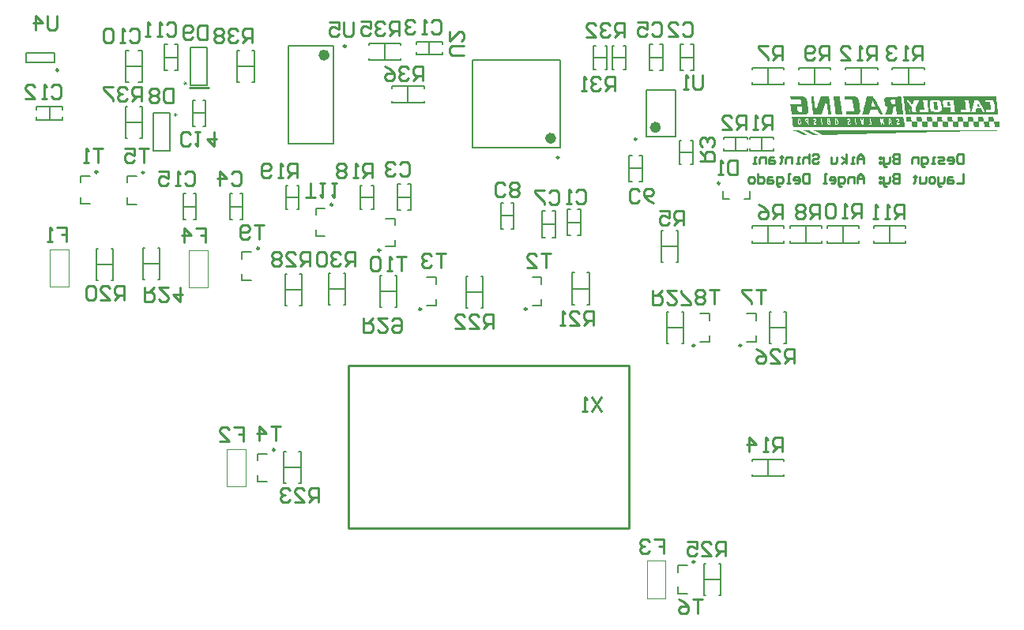
<source format=gbr>
%TF.GenerationSoftware,Altium Limited,Altium Designer,18.1.7 (191)*%
G04 Layer_Color=32896*
%FSLAX26Y26*%
%MOIN*%
%TF.FileFunction,Legend,Bot*%
%TF.Part,Single*%
G01*
G75*
%TA.AperFunction,NonConductor*%
%ADD28C,0.003937*%
%ADD53C,0.009842*%
%ADD54C,0.023622*%
%ADD55C,0.007874*%
%ADD56C,0.010000*%
%ADD57C,0.005906*%
G36*
X3878106Y1801803D02*
Y1801147D01*
Y1800491D01*
X3878762Y1798523D01*
Y1795899D01*
X3879419Y1789994D01*
X3880075Y1783433D01*
X3881387Y1776216D01*
X3882043Y1770311D01*
Y1767686D01*
X3882699Y1765718D01*
Y1765062D01*
Y1764406D01*
X3883355Y1757845D01*
X3884011Y1752596D01*
X3884667Y1747347D01*
Y1743410D01*
X3885979Y1736850D01*
Y1732257D01*
X3886636Y1729632D01*
Y1728320D01*
Y1727664D01*
Y1726352D01*
X3875482D01*
Y1727664D01*
Y1728320D01*
X3874826Y1729632D01*
X3874170Y1732913D01*
X3873514Y1738162D01*
X3872858Y1743410D01*
X3872201Y1749315D01*
X3871545Y1753908D01*
X3870889Y1757189D01*
Y1758501D01*
X3870233Y1763750D01*
X3869577Y1768342D01*
X3868921Y1775559D01*
X3868265Y1781464D01*
Y1784745D01*
X3867609Y1787369D01*
Y1788681D01*
X3866953Y1787369D01*
X3866296Y1785401D01*
Y1784745D01*
X3864984Y1781464D01*
X3863672Y1777528D01*
X3863016Y1774903D01*
X3862360Y1774247D01*
Y1773591D01*
X3860392Y1768342D01*
X3858423Y1763093D01*
X3857111Y1759813D01*
X3856455Y1759157D01*
Y1758501D01*
X3845957Y1727664D01*
X3811840D01*
X3807247Y1764406D01*
X3805935Y1770967D01*
X3805279Y1776872D01*
X3804623Y1781464D01*
Y1782120D01*
Y1782776D01*
X3803967Y1788681D01*
X3803311Y1793274D01*
Y1795899D01*
Y1796555D01*
X3802655Y1799835D01*
Y1801147D01*
Y1801803D01*
X3803311Y1802459D01*
X3805279Y1803116D01*
X3813809D01*
X3814465Y1802459D01*
Y1801803D01*
Y1801147D01*
X3815121Y1797211D01*
X3815777Y1792618D01*
Y1786713D01*
X3816433Y1781464D01*
X3817089Y1776216D01*
X3817745Y1772935D01*
Y1772279D01*
Y1771623D01*
X3818401Y1766374D01*
X3819057Y1761781D01*
X3819713Y1753908D01*
X3820369Y1748659D01*
X3821026Y1745379D01*
Y1742754D01*
X3821682Y1742098D01*
Y1741442D01*
X3822338Y1742098D01*
X3822994Y1743410D01*
X3823650Y1744067D01*
Y1744723D01*
X3824306Y1748003D01*
X3824962Y1751284D01*
X3825618Y1753908D01*
X3826274Y1754564D01*
X3827587Y1759157D01*
X3829555Y1763093D01*
X3830211Y1766374D01*
X3830867Y1767686D01*
X3832179Y1772279D01*
X3834148Y1776216D01*
X3834804Y1779496D01*
X3835460Y1780808D01*
X3837428Y1785401D01*
X3838084Y1789338D01*
X3839396Y1791306D01*
Y1791962D01*
X3840052Y1794586D01*
X3840709Y1796555D01*
Y1797211D01*
X3842677Y1803116D01*
X3877450D01*
X3878106Y1801803D01*
D02*
G37*
G36*
X3764601Y1802459D02*
X3769850D01*
X3771162Y1801803D01*
X3773786D01*
X3775099Y1801147D01*
X3776411Y1800491D01*
X3777067Y1799835D01*
X3781003Y1795899D01*
X3783628Y1791962D01*
X3784940Y1788025D01*
X3785596Y1787369D01*
Y1786713D01*
Y1785401D01*
X3786252Y1782776D01*
X3786908Y1778840D01*
Y1774903D01*
X3787564Y1770967D01*
X3788221Y1767686D01*
X3788877Y1765062D01*
Y1764406D01*
X3789533Y1756533D01*
X3790189Y1750628D01*
Y1746035D01*
Y1742754D01*
Y1740130D01*
Y1738818D01*
Y1738162D01*
X3789533Y1734881D01*
X3788221Y1732913D01*
X3785596Y1729632D01*
X3782972Y1728320D01*
X3781660Y1727664D01*
X3779691Y1727008D01*
X3770506D01*
X3765257Y1726352D01*
X3727859D01*
X3724579Y1727008D01*
X3720642D01*
Y1728320D01*
X3719986Y1730945D01*
Y1734225D01*
X3719330Y1738162D01*
X3718674Y1742754D01*
Y1746035D01*
X3718018Y1748659D01*
Y1749315D01*
X3716706Y1756533D01*
X3716050Y1761781D01*
X3715394Y1765718D01*
Y1768342D01*
X3714737Y1769655D01*
Y1770967D01*
X3715394D01*
X3718018Y1771623D01*
X3756072D01*
X3756728Y1766374D01*
X3757384Y1763093D01*
Y1761125D01*
Y1760469D01*
Y1759157D01*
X3743606D01*
Y1755220D01*
X3744262Y1751284D01*
Y1748659D01*
X3744918Y1746035D01*
X3745574Y1743410D01*
X3746230Y1742754D01*
X3747542Y1740786D01*
X3748198Y1740130D01*
X3748855D01*
X3750167Y1739474D01*
X3752791Y1738818D01*
X3761977D01*
X3762633Y1740130D01*
X3763945Y1741442D01*
X3764601Y1742098D01*
Y1742754D01*
Y1744067D01*
X3763945Y1746691D01*
Y1749972D01*
X3763289Y1753908D01*
X3762633Y1757845D01*
Y1761125D01*
X3761977Y1763750D01*
Y1764406D01*
X3761320Y1771623D01*
X3760664Y1776872D01*
X3760008Y1780808D01*
X3759352Y1783433D01*
Y1785401D01*
Y1786057D01*
Y1786713D01*
X3758040Y1788681D01*
X3756728Y1789338D01*
X3756072Y1790650D01*
X3716706D01*
X3716050Y1795899D01*
X3715394Y1799179D01*
X3714737Y1801147D01*
Y1801803D01*
Y1803116D01*
X3759352D01*
X3764601Y1802459D01*
D02*
G37*
G36*
X4582758Y1801803D02*
Y1801147D01*
Y1800491D01*
X4583414Y1798523D01*
Y1795899D01*
X4584070Y1789994D01*
X4584726Y1783433D01*
X4586038Y1776216D01*
X4586694Y1770311D01*
Y1767686D01*
X4587350Y1765718D01*
Y1765062D01*
Y1764406D01*
X4588007Y1758501D01*
X4588663Y1752596D01*
X4589319Y1748003D01*
X4589975Y1744067D01*
X4590631Y1737506D01*
X4591287Y1732913D01*
X4591943Y1730289D01*
Y1728320D01*
Y1727664D01*
Y1726352D01*
X4201564D01*
X4196971Y1763750D01*
X4196315Y1770311D01*
X4195659Y1776216D01*
X4195003Y1781464D01*
X4194346Y1785401D01*
X4193690Y1791962D01*
X4193034Y1796555D01*
X4192378Y1799835D01*
Y1801147D01*
Y1801803D01*
X4191722Y1803116D01*
X4582758D01*
Y1801803D01*
D02*
G37*
G36*
X4181881D02*
Y1801147D01*
X4182537Y1799835D01*
X4183193Y1795899D01*
X4183849Y1789994D01*
X4184505Y1782776D01*
X4185817Y1776216D01*
X4186473Y1770311D01*
X4187129Y1765718D01*
Y1765062D01*
Y1764406D01*
X4187785Y1757845D01*
X4188442Y1752596D01*
X4189098Y1747347D01*
X4189754Y1743410D01*
X4190410Y1736850D01*
X4191066Y1732257D01*
X4191722Y1729632D01*
Y1728320D01*
Y1727664D01*
Y1726352D01*
X4164822D01*
Y1727008D01*
Y1727664D01*
Y1728320D01*
X4164166Y1732913D01*
Y1734225D01*
Y1734881D01*
X4163510Y1737506D01*
X4162854Y1740130D01*
X4162198Y1742098D01*
Y1742754D01*
X4161542Y1748003D01*
Y1751940D01*
X4160885Y1754564D01*
Y1756533D01*
Y1757845D01*
Y1758501D01*
X4160229Y1759157D01*
X4152356D01*
X4148419Y1744067D01*
Y1742098D01*
X4147763Y1739474D01*
X4147107Y1737506D01*
Y1736850D01*
X4146451Y1734225D01*
X4145795Y1732257D01*
X4145139Y1730945D01*
Y1730289D01*
X4144483Y1728976D01*
Y1728320D01*
X4143827Y1726352D01*
X4114302D01*
Y1727008D01*
X4114958Y1728976D01*
X4116271Y1731601D01*
X4116927Y1734881D01*
X4118239Y1737506D01*
X4119551Y1740130D01*
X4120207Y1742098D01*
Y1742754D01*
X4122176Y1748003D01*
X4123488Y1751940D01*
X4124144Y1755220D01*
X4124800Y1757189D01*
X4125456Y1758501D01*
Y1759157D01*
X4123488D01*
X4119551Y1760469D01*
X4116271Y1762437D01*
X4114958Y1763750D01*
X4114302Y1764406D01*
Y1765718D01*
X4113646Y1767686D01*
Y1772279D01*
X4112990Y1776872D01*
Y1778184D01*
Y1778840D01*
X4112334Y1784089D01*
Y1788025D01*
Y1790650D01*
Y1793274D01*
Y1794586D01*
X4112990Y1795899D01*
Y1796555D01*
X4114302Y1798523D01*
X4116271Y1800491D01*
X4118239Y1801147D01*
X4118895Y1801803D01*
X4151700D01*
X4181881Y1803116D01*
Y1801803D01*
D02*
G37*
G36*
X4065751Y1801147D02*
X4072968Y1788025D01*
X4079529Y1776872D01*
X4085434Y1767030D01*
X4090027Y1758501D01*
X4093963Y1751284D01*
X4097244Y1745379D01*
X4100524Y1740786D01*
X4102493Y1736193D01*
X4104461Y1733569D01*
X4105773Y1730945D01*
X4107085Y1727664D01*
X4107741Y1726352D01*
X4095275D01*
X4088714Y1736193D01*
X4083466Y1746691D01*
X4052629D01*
Y1746035D01*
Y1745379D01*
X4051973Y1744723D01*
X4051317Y1741442D01*
X4050661Y1737506D01*
X4050005Y1736850D01*
Y1736193D01*
X4047380Y1726352D01*
X4019168D01*
X4020480Y1732913D01*
Y1734225D01*
X4021136Y1736193D01*
X4021792Y1738162D01*
Y1738818D01*
X4023104Y1743410D01*
X4024417Y1748003D01*
X4025073Y1751940D01*
X4025729Y1752596D01*
Y1753252D01*
X4027041Y1759813D01*
X4029009Y1765718D01*
X4029665Y1768998D01*
X4030322Y1770311D01*
X4038195Y1803116D01*
X4065095D01*
X4065751Y1801147D01*
D02*
G37*
G36*
X3993580Y1801803D02*
X3996860Y1799835D01*
X4000797Y1795242D01*
X4003421Y1791306D01*
X4004077Y1789994D01*
Y1789338D01*
Y1787369D01*
X4004734Y1784089D01*
X4005390Y1780152D01*
X4006046Y1775559D01*
X4006702Y1770967D01*
Y1767686D01*
X4007358Y1765062D01*
Y1763750D01*
X4008014Y1757189D01*
X4008670Y1751284D01*
X4009326Y1747347D01*
Y1744723D01*
X4009982Y1742754D01*
Y1741442D01*
Y1740786D01*
X4008670Y1736193D01*
X4007358Y1732913D01*
X4006046Y1730945D01*
X4005390Y1730289D01*
X4003421Y1728976D01*
X4002765Y1728320D01*
X4000797Y1727664D01*
X3996860Y1727008D01*
X3992268D01*
X3987675Y1726352D01*
X3951590D01*
X3950933Y1732913D01*
X3950277Y1736193D01*
X3949621Y1738162D01*
Y1738818D01*
Y1740130D01*
X3981770D01*
X3982426Y1740786D01*
Y1741442D01*
X3983738Y1742754D01*
X3980458Y1764406D01*
X3979802Y1771623D01*
X3978490Y1777528D01*
Y1781464D01*
X3977834Y1784089D01*
X3977177Y1785401D01*
Y1786713D01*
X3976521Y1788025D01*
X3975865Y1788681D01*
X3975209Y1789338D01*
X3974553Y1789994D01*
X3972585D01*
X3969960Y1790650D01*
X3944372D01*
X3943716Y1795242D01*
Y1798523D01*
Y1801147D01*
Y1801803D01*
Y1803116D01*
X3990299D01*
X3993580Y1801803D01*
D02*
G37*
G36*
X3928626Y1765718D02*
X3929282Y1759157D01*
X3929938Y1753252D01*
X3930594Y1748659D01*
X3931250Y1744067D01*
X3932563Y1737506D01*
X3933219Y1732913D01*
Y1730289D01*
X3933875Y1728320D01*
Y1727664D01*
Y1726352D01*
X3909599D01*
X3907631Y1727008D01*
X3906319D01*
Y1727664D01*
Y1728976D01*
X3905662Y1732913D01*
X3905006Y1739474D01*
X3904350Y1746035D01*
X3903694Y1752596D01*
X3903038Y1758501D01*
X3902382Y1763093D01*
Y1763750D01*
Y1764406D01*
X3901726Y1770967D01*
X3901070Y1776872D01*
X3900414Y1781464D01*
X3899758Y1786057D01*
X3899102Y1789994D01*
Y1792618D01*
X3898445Y1797211D01*
X3897789Y1799835D01*
Y1801147D01*
Y1801803D01*
Y1803116D01*
X3924033D01*
X3928626Y1765718D01*
D02*
G37*
G36*
X4573572Y1707981D02*
Y1704701D01*
X4574228Y1702076D01*
Y1700108D01*
Y1698796D01*
Y1697484D01*
Y1696827D01*
X4596536D01*
X4597192Y1686986D01*
Y1683705D01*
X4597848Y1682393D01*
Y1681737D01*
Y1678457D01*
X4598504Y1677801D01*
Y1677144D01*
X4599160Y1675832D01*
Y1674520D01*
X4576853D01*
X4576197Y1685018D01*
X4575541Y1688954D01*
X4574885Y1692891D01*
X4574228Y1695515D01*
Y1696827D01*
X4554545D01*
X4553233Y1696171D01*
Y1695515D01*
Y1694203D01*
X4553889Y1690266D01*
X4554545Y1686986D01*
Y1685674D01*
Y1685018D01*
X4555202Y1681737D01*
Y1679113D01*
Y1677144D01*
X4555858Y1675832D01*
Y1674520D01*
X4533550D01*
X4532894Y1685674D01*
X4532238Y1689610D01*
X4531582Y1692235D01*
Y1694203D01*
X4530926Y1695515D01*
Y1696827D01*
X4509275D01*
Y1696171D01*
Y1694859D01*
X4509931Y1691579D01*
X4510587Y1687642D01*
Y1686330D01*
Y1685674D01*
X4511243Y1682393D01*
Y1679769D01*
Y1677801D01*
X4511899Y1676488D01*
Y1674520D01*
X4490248D01*
Y1675176D01*
Y1676488D01*
X4489592Y1679769D01*
X4488935Y1683705D01*
Y1684361D01*
Y1685018D01*
X4488279Y1688298D01*
Y1690922D01*
X4487623Y1692891D01*
Y1694859D01*
Y1696171D01*
X4486967D01*
X4485655Y1696827D01*
X4465972D01*
Y1697484D01*
Y1698796D01*
X4465316Y1702076D01*
X4464660Y1706013D01*
Y1706669D01*
Y1707325D01*
X4464004Y1710605D01*
Y1713230D01*
X4463347Y1715198D01*
Y1716510D01*
Y1717823D01*
X4464004D01*
X4465316Y1718479D01*
X4484999D01*
Y1717823D01*
Y1717167D01*
X4485655Y1713230D01*
X4486311Y1709949D01*
Y1708637D01*
Y1707981D01*
X4487623Y1697484D01*
X4498121D01*
X4508618Y1696827D01*
X4507962Y1707325D01*
X4507306Y1710605D01*
Y1713230D01*
X4506650Y1715198D01*
Y1716510D01*
Y1717823D01*
X4505994Y1718479D01*
X4528301D01*
Y1717823D01*
Y1717167D01*
X4528958Y1713230D01*
X4529614Y1709949D01*
Y1708637D01*
Y1707981D01*
X4530270Y1704701D01*
Y1702076D01*
Y1700108D01*
X4530926Y1698796D01*
Y1696827D01*
X4549297D01*
X4550609Y1697484D01*
X4551921D01*
Y1700108D01*
Y1702732D01*
X4551265Y1709949D01*
Y1712574D01*
X4550609Y1715198D01*
Y1717167D01*
Y1717823D01*
X4549297Y1718479D01*
X4571604D01*
X4573572Y1707981D01*
D02*
G37*
G36*
X4443008D02*
X4443664Y1704701D01*
Y1702076D01*
Y1700108D01*
X4444321Y1698796D01*
Y1697484D01*
Y1696827D01*
X4465972D01*
Y1694203D01*
X4466628Y1690922D01*
X4467284Y1683705D01*
X4467940Y1680425D01*
Y1677801D01*
X4468596Y1675832D01*
Y1675176D01*
Y1674520D01*
X4446945D01*
X4445633Y1685018D01*
X4444977Y1688298D01*
Y1690922D01*
X4444321Y1692891D01*
Y1694203D01*
Y1695515D01*
Y1696827D01*
X4423981D01*
X4422669Y1696171D01*
Y1695515D01*
Y1694203D01*
X4423325Y1690266D01*
X4423981Y1686986D01*
Y1685674D01*
Y1685018D01*
X4424638Y1681737D01*
Y1679113D01*
Y1677144D01*
X4425294Y1675832D01*
Y1674520D01*
X4402986D01*
X4402330Y1685018D01*
X4401674Y1688298D01*
X4401018Y1691579D01*
Y1693547D01*
X4400362Y1694859D01*
Y1696171D01*
Y1696827D01*
X4379367D01*
Y1696171D01*
Y1694859D01*
X4380023Y1691579D01*
X4380679Y1687642D01*
Y1686330D01*
Y1685674D01*
X4381335Y1682393D01*
Y1679769D01*
Y1677801D01*
X4381991Y1676488D01*
Y1674520D01*
X4359684D01*
Y1675176D01*
Y1677801D01*
X4359028Y1681081D01*
Y1684361D01*
Y1685018D01*
Y1685674D01*
X4358372Y1688954D01*
X4357715Y1691579D01*
X4357059Y1694859D01*
Y1696171D01*
Y1696827D01*
X4336064D01*
Y1697484D01*
X4335408Y1698140D01*
Y1699452D01*
X4334752Y1702732D01*
X4334096Y1706669D01*
Y1707325D01*
Y1707981D01*
Y1711262D01*
X4333440Y1713886D01*
Y1715198D01*
Y1716510D01*
Y1717823D01*
Y1718479D01*
X4354435D01*
Y1717823D01*
Y1717167D01*
X4355091Y1713230D01*
X4355747Y1709949D01*
Y1708637D01*
Y1707981D01*
X4356403Y1704701D01*
Y1702076D01*
Y1700108D01*
X4357059Y1698796D01*
Y1696827D01*
X4376742D01*
X4378055Y1697484D01*
X4379367D01*
Y1700108D01*
X4378711Y1703388D01*
X4378055Y1709949D01*
X4377398Y1713230D01*
Y1715198D01*
X4376742Y1717167D01*
Y1717823D01*
Y1718479D01*
X4397738D01*
Y1715854D01*
X4398394Y1713230D01*
X4399050Y1706013D01*
X4399706Y1702732D01*
Y1700108D01*
X4400362Y1698140D01*
Y1697484D01*
Y1696827D01*
X4420045D01*
X4421357Y1697484D01*
X4422669D01*
Y1698796D01*
X4422013Y1701420D01*
Y1704701D01*
X4421357Y1708637D01*
X4420701Y1711918D01*
Y1715198D01*
X4420045Y1717167D01*
Y1717823D01*
Y1718479D01*
X4441040D01*
X4443008Y1707981D01*
D02*
G37*
G36*
X4311132Y1717823D02*
Y1717167D01*
X4311788Y1716510D01*
X4312444Y1712574D01*
X4313101Y1709293D01*
Y1707981D01*
Y1707325D01*
X4313757Y1696827D01*
X4336064D01*
Y1695515D01*
X4336720Y1690266D01*
X4337376Y1685674D01*
X4338032Y1682393D01*
Y1679769D01*
X4338689Y1677801D01*
Y1676488D01*
Y1675176D01*
Y1674520D01*
X4316381D01*
Y1675176D01*
Y1675832D01*
Y1677144D01*
X4315725Y1680425D01*
Y1684361D01*
Y1685018D01*
Y1685674D01*
X4313757Y1696827D01*
X4292761D01*
Y1697484D01*
X4292105Y1702732D01*
X4291449Y1707325D01*
X4290793Y1710605D01*
X4290137Y1713886D01*
Y1715854D01*
Y1717167D01*
Y1718479D01*
X4311132D01*
Y1717823D01*
D02*
G37*
G36*
X4268486D02*
Y1716510D01*
X4269142Y1713230D01*
X4269798Y1709293D01*
Y1708637D01*
Y1707981D01*
X4270454Y1702732D01*
Y1699452D01*
Y1698140D01*
Y1697484D01*
X4271110Y1696827D01*
X4292761D01*
Y1696171D01*
Y1694859D01*
X4293418Y1690922D01*
X4294074Y1686986D01*
Y1686330D01*
Y1685674D01*
X4294730Y1682393D01*
Y1679769D01*
Y1677801D01*
X4295386Y1676488D01*
Y1675176D01*
Y1674520D01*
X4273078D01*
Y1675176D01*
Y1676488D01*
X4272422Y1680425D01*
Y1684361D01*
Y1685018D01*
Y1685674D01*
X4270454Y1696827D01*
X4249459D01*
Y1697484D01*
Y1698796D01*
X4248803Y1702732D01*
X4248147Y1706669D01*
Y1707325D01*
Y1707981D01*
X4247491Y1711262D01*
X4246834Y1713886D01*
Y1715854D01*
X4246178Y1717167D01*
Y1718479D01*
X4268486D01*
Y1717823D01*
D02*
G37*
G36*
X4225839Y1707981D02*
X4226495Y1704701D01*
Y1702076D01*
Y1700108D01*
X4227151Y1698796D01*
Y1697484D01*
X4227808Y1696827D01*
X4249459D01*
Y1696171D01*
Y1694859D01*
X4250115Y1690922D01*
X4250771Y1686986D01*
Y1686330D01*
Y1685674D01*
X4251427Y1682393D01*
Y1679769D01*
Y1677801D01*
X4252083Y1676488D01*
Y1675176D01*
Y1674520D01*
X4229776D01*
Y1675176D01*
Y1676488D01*
X4229120Y1680425D01*
X4228464Y1684361D01*
Y1685018D01*
Y1685674D01*
X4227808Y1689610D01*
Y1692235D01*
X4227151Y1694203D01*
Y1695515D01*
Y1696827D01*
X4205500D01*
X4204188Y1707325D01*
X4203532Y1711262D01*
Y1711918D01*
Y1712574D01*
X4202876Y1715854D01*
Y1716510D01*
Y1717823D01*
Y1718479D01*
X4224527D01*
X4225839Y1707981D01*
D02*
G37*
G36*
X4192378Y1717823D02*
X4194346Y1706669D01*
X4195659Y1696827D01*
X4196315Y1689610D01*
X4196971Y1683705D01*
X4197627Y1679769D01*
Y1677144D01*
Y1675832D01*
Y1675176D01*
Y1674520D01*
X3727203D01*
Y1675176D01*
X3725235Y1686330D01*
X3723923Y1695515D01*
X3723267Y1702732D01*
X3722611Y1708637D01*
X3721954Y1712574D01*
Y1715854D01*
Y1717167D01*
Y1717823D01*
X3743606D01*
X3750823Y1718479D01*
X4192378D01*
Y1717823D01*
D02*
G37*
G36*
X4559794Y1659430D02*
X4591287D01*
X4584070Y1658774D01*
X4565699D01*
X4554545Y1658118D01*
X4542079D01*
X4528301Y1657461D01*
X4513867D01*
X4498121Y1656805D01*
X4481718D01*
X4448257Y1655493D01*
X4412828Y1654837D01*
X4378055Y1654181D01*
X4344593Y1652869D01*
X4328191D01*
X4312444Y1652213D01*
X4298010D01*
X4284232Y1651556D01*
X4271766D01*
X4260613Y1650900D01*
X4242242D01*
X4235025Y1650244D01*
X4225839D01*
X3851206Y1641715D01*
X3832835Y1650244D01*
X3826930Y1653525D01*
X3822338Y1655493D01*
X3819057Y1657461D01*
X3816433Y1658118D01*
X3815121Y1658774D01*
X3814465Y1659430D01*
X3850550D01*
X3862360Y1660086D01*
X4551265D01*
X4559794Y1659430D01*
D02*
G37*
G36*
X3812496Y1650244D02*
X3817745Y1648276D01*
X3821682Y1646308D01*
X3824962Y1644995D01*
X3825618Y1644339D01*
X3828899Y1643027D01*
X3830211Y1642371D01*
X3830867Y1641715D01*
X3829555D01*
X3825618Y1641059D01*
X3822338Y1640403D01*
X3810528D01*
X3791501Y1650244D01*
X3784940Y1653525D01*
X3780347Y1655493D01*
X3776411Y1657461D01*
X3774443Y1658118D01*
X3773130Y1658774D01*
X3771818Y1659430D01*
X3772474D01*
X3773130Y1660086D01*
X3792813D01*
X3812496Y1650244D01*
D02*
G37*
G36*
X3771162D02*
X3777723Y1646964D01*
X3782316Y1644339D01*
X3785596Y1643027D01*
X3787564Y1641715D01*
X3788877Y1641059D01*
X3790189Y1640403D01*
X3783628D01*
X3780347Y1639747D01*
X3771162D01*
X3749511Y1649588D01*
X3742950Y1652869D01*
X3737701Y1655493D01*
X3734420Y1656805D01*
X3731796Y1658118D01*
X3730484Y1658774D01*
X3729172Y1659430D01*
X3729828D01*
X3730484Y1660086D01*
X3750167D01*
X3771162Y1650244D01*
D02*
G37*
G36*
X1162166Y1866595D02*
X1162388Y1865541D01*
X1162610Y1864542D01*
X1162777Y1863709D01*
X1162888Y1863376D01*
X1162943Y1863043D01*
X1162999Y1862821D01*
Y1862655D01*
X1163054Y1862543D01*
Y1862488D01*
X1163276Y1862765D01*
X1163609Y1863043D01*
X1164331Y1863709D01*
X1165108Y1864430D01*
X1165940Y1865152D01*
X1166717Y1865818D01*
X1167383Y1866318D01*
X1167661Y1866540D01*
X1167827Y1866706D01*
X1167938Y1866762D01*
X1167994Y1866817D01*
X1170158Y1863764D01*
X1169381Y1863209D01*
X1168493Y1862599D01*
X1167550Y1862044D01*
X1166662Y1861489D01*
X1165885Y1861045D01*
X1165219Y1860712D01*
X1164941Y1860545D01*
X1164775Y1860435D01*
X1164664Y1860379D01*
X1164608D01*
X1165829Y1859658D01*
X1166939Y1858936D01*
X1167883Y1858325D01*
X1168715Y1857826D01*
X1169326Y1857382D01*
X1169770Y1857049D01*
X1170047Y1856827D01*
X1170158Y1856772D01*
X1167994Y1853664D01*
X1166773Y1854662D01*
X1165718Y1855606D01*
X1164886Y1856328D01*
X1164164Y1856994D01*
X1163665Y1857493D01*
X1163332Y1857881D01*
X1163110Y1858103D01*
X1163054Y1858159D01*
X1162888Y1856938D01*
X1162666Y1855773D01*
X1162388Y1854662D01*
X1162166Y1853664D01*
X1161944Y1852831D01*
X1161833Y1852498D01*
X1161722Y1852165D01*
X1161667Y1851943D01*
X1161611Y1851776D01*
X1161556Y1851666D01*
Y1851610D01*
X1157837Y1852831D01*
X1158281Y1854108D01*
X1158725Y1855273D01*
X1159169Y1856328D01*
X1159558Y1857216D01*
X1159891Y1857937D01*
X1160168Y1858492D01*
X1160279Y1858714D01*
X1160335Y1858880D01*
X1160390Y1858936D01*
Y1858992D01*
X1159003Y1858825D01*
X1157726Y1858659D01*
X1156561Y1858603D01*
X1155617Y1858492D01*
X1154896Y1858437D01*
X1154285Y1858381D01*
X1154119D01*
X1153952D01*
X1153897D01*
X1153841D01*
Y1862155D01*
X1154230D01*
X1154674D01*
X1155617Y1862100D01*
X1156727Y1861988D01*
X1157782Y1861878D01*
X1158781Y1861822D01*
X1159225Y1861766D01*
X1159613Y1861711D01*
X1159946D01*
X1160168Y1861656D01*
X1160335D01*
X1160390D01*
X1160002Y1862432D01*
X1159558Y1863376D01*
X1159114Y1864375D01*
X1158725Y1865374D01*
X1158392Y1866262D01*
X1158226Y1866706D01*
X1158059Y1867039D01*
X1158004Y1867316D01*
X1157893Y1867539D01*
X1157837Y1867649D01*
Y1867705D01*
X1161556Y1868870D01*
X1162166Y1866595D01*
D02*
G37*
G36*
X1125627Y1732706D02*
X1125183Y1731429D01*
X1124739Y1730264D01*
X1124295Y1729209D01*
X1123907Y1728322D01*
X1123574Y1727600D01*
X1123296Y1727045D01*
X1123185Y1726823D01*
X1123130Y1726657D01*
X1123074Y1726601D01*
Y1726545D01*
X1124462Y1726712D01*
X1125738Y1726879D01*
X1126904Y1726934D01*
X1127847Y1727045D01*
X1128569Y1727101D01*
X1129179Y1727156D01*
X1129346D01*
X1129512D01*
X1129568D01*
X1129623D01*
Y1723382D01*
X1129235D01*
X1128791D01*
X1127847Y1723438D01*
X1126737Y1723549D01*
X1125683Y1723659D01*
X1124684Y1723715D01*
X1124240Y1723771D01*
X1123851Y1723826D01*
X1123518D01*
X1123296Y1723881D01*
X1123130D01*
X1123074D01*
X1123463Y1723104D01*
X1123907Y1722161D01*
X1124351Y1721162D01*
X1124739Y1720163D01*
X1125072Y1719275D01*
X1125239Y1718831D01*
X1125405Y1718498D01*
X1125461Y1718220D01*
X1125572Y1717998D01*
X1125627Y1717888D01*
Y1717832D01*
X1121909Y1716667D01*
X1121298Y1718942D01*
X1121076Y1719996D01*
X1120854Y1720995D01*
X1120688Y1721828D01*
X1120577Y1722161D01*
X1120521Y1722494D01*
X1120466Y1722716D01*
Y1722882D01*
X1120410Y1722994D01*
Y1723049D01*
X1120188Y1722772D01*
X1119855Y1722494D01*
X1119134Y1721828D01*
X1118357Y1721107D01*
X1117524Y1720385D01*
X1116747Y1719719D01*
X1116081Y1719219D01*
X1115804Y1718997D01*
X1115637Y1718831D01*
X1115526Y1718775D01*
X1115471Y1718720D01*
X1113306Y1721773D01*
X1114083Y1722328D01*
X1114971Y1722938D01*
X1115915Y1723493D01*
X1116803Y1724048D01*
X1117580Y1724492D01*
X1118246Y1724825D01*
X1118523Y1724992D01*
X1118690Y1725102D01*
X1118801Y1725158D01*
X1118856D01*
X1117635Y1725880D01*
X1116525Y1726601D01*
X1115582Y1727211D01*
X1114749Y1727711D01*
X1114139Y1728155D01*
X1113695Y1728488D01*
X1113417Y1728710D01*
X1113306Y1728765D01*
X1115471Y1731873D01*
X1116692Y1730874D01*
X1117746Y1729931D01*
X1118579Y1729209D01*
X1119300Y1728543D01*
X1119800Y1728044D01*
X1120133Y1727656D01*
X1120355Y1727434D01*
X1120410Y1727378D01*
X1120577Y1728599D01*
X1120799Y1729764D01*
X1121076Y1730874D01*
X1121298Y1731873D01*
X1121520Y1732706D01*
X1121631Y1733039D01*
X1121742Y1733372D01*
X1121798Y1733594D01*
X1121853Y1733761D01*
X1121909Y1733871D01*
Y1733927D01*
X1125627Y1732706D01*
D02*
G37*
%LPC*%
G36*
X4257988Y1788025D02*
X4238305D01*
X4233056Y1776872D01*
X4231744Y1773591D01*
X4230432Y1771623D01*
X4229120Y1768998D01*
X4228464Y1767686D01*
Y1768342D01*
X4227151Y1768998D01*
X4225183Y1772279D01*
X4223215Y1775559D01*
X4221903Y1776216D01*
Y1776872D01*
X4214686Y1788025D01*
X4205500D01*
X4206812Y1786057D01*
X4207468Y1785401D01*
X4208125Y1784745D01*
X4208781Y1784089D01*
Y1783433D01*
X4210093Y1781464D01*
X4211405Y1779496D01*
X4212061Y1778184D01*
X4212717Y1777528D01*
X4215998Y1772935D01*
X4216654Y1771623D01*
X4217310Y1770967D01*
X4227151Y1756533D01*
X4228464Y1748003D01*
X4229776Y1738818D01*
X4246178D01*
Y1739474D01*
Y1740130D01*
X4245522Y1743410D01*
Y1746691D01*
Y1747347D01*
Y1748003D01*
X4243554Y1757845D01*
X4250771Y1771623D01*
X4253395Y1776216D01*
X4254708Y1780152D01*
X4256020Y1782776D01*
X4257332Y1784745D01*
Y1786057D01*
X4257988Y1786713D01*
Y1788025D01*
D02*
G37*
G36*
X4559794D02*
X4538143D01*
X4536831Y1787369D01*
X4536175D01*
Y1786713D01*
Y1785401D01*
X4536831Y1784089D01*
Y1783433D01*
Y1782120D01*
Y1780808D01*
Y1780152D01*
X4537487D01*
X4538143Y1779496D01*
X4557170D01*
X4558482Y1778840D01*
Y1778184D01*
Y1777528D01*
Y1776216D01*
X4559138Y1773591D01*
Y1770967D01*
X4559794Y1768342D01*
Y1765718D01*
X4560450Y1764406D01*
Y1763750D01*
X4561106Y1759157D01*
Y1755876D01*
Y1753252D01*
X4561762Y1751284D01*
Y1749315D01*
Y1748659D01*
X4561106D01*
Y1748003D01*
X4559794Y1746691D01*
X4540767D01*
Y1746035D01*
Y1744067D01*
X4541423Y1742754D01*
Y1742098D01*
Y1740130D01*
Y1739474D01*
Y1738818D01*
X4572260D01*
X4574885Y1740786D01*
X4576853Y1742098D01*
X4577509Y1743410D01*
Y1744067D01*
X4578165Y1745379D01*
Y1748003D01*
Y1755220D01*
X4577509Y1758501D01*
Y1761125D01*
X4576853Y1763093D01*
Y1763750D01*
X4576197Y1768998D01*
X4575541Y1772935D01*
X4574885Y1776216D01*
X4574228Y1778184D01*
Y1780152D01*
X4573572Y1780808D01*
Y1781464D01*
X4571604Y1784089D01*
X4570292Y1786057D01*
X4568980Y1786713D01*
X4568324D01*
X4567011Y1787369D01*
X4565043D01*
X4559794Y1788025D01*
D02*
G37*
G36*
X4508618D02*
X4491560D01*
Y1786713D01*
X4490248Y1784089D01*
X4489592Y1780152D01*
X4488279Y1775559D01*
X4486967Y1770967D01*
X4486311Y1767030D01*
X4484999Y1764406D01*
Y1763093D01*
X4483030Y1755220D01*
X4481062Y1749315D01*
X4479750Y1744723D01*
X4479094Y1742098D01*
X4478438Y1740130D01*
Y1739474D01*
Y1738818D01*
X4497465D01*
X4498777Y1745379D01*
X4500745Y1752596D01*
X4521084D01*
X4524365Y1745379D01*
X4528301Y1738818D01*
X4536175D01*
X4535519Y1740130D01*
X4534206Y1742754D01*
X4532238Y1746691D01*
X4529614Y1751284D01*
X4526989Y1755220D01*
X4525021Y1759157D01*
X4523709Y1761781D01*
X4523053Y1763093D01*
X4518460Y1770967D01*
X4515179Y1776216D01*
X4512555Y1780808D01*
X4510587Y1783433D01*
X4509275Y1785401D01*
X4508618Y1786057D01*
Y1786713D01*
Y1788025D01*
D02*
G37*
G36*
X4467940D02*
X4450882D01*
Y1786713D01*
X4452850Y1776216D01*
X4454162Y1767686D01*
X4454818Y1761125D01*
X4455474Y1755220D01*
X4456130Y1751284D01*
Y1748659D01*
Y1747347D01*
Y1746691D01*
X4435791D01*
Y1746035D01*
Y1745379D01*
Y1744723D01*
Y1744067D01*
Y1742098D01*
Y1741442D01*
X4437104Y1738818D01*
X4473845D01*
Y1740130D01*
X4473189Y1743410D01*
Y1747347D01*
X4472533Y1751940D01*
X4471877Y1756533D01*
Y1759813D01*
X4471221Y1762437D01*
Y1763750D01*
X4467940Y1788025D01*
D02*
G37*
G36*
X4399706D02*
X4372806D01*
X4369525Y1787369D01*
X4365589D01*
X4364932Y1786713D01*
X4364276D01*
X4362308Y1786057D01*
X4360340Y1784745D01*
X4359684Y1784089D01*
X4359028Y1783433D01*
Y1781464D01*
Y1778840D01*
Y1776872D01*
Y1776216D01*
Y1772279D01*
X4359684Y1768998D01*
Y1767030D01*
X4360340Y1765718D01*
X4360996Y1763750D01*
X4362308Y1760469D01*
X4364932Y1758501D01*
X4366901Y1757189D01*
X4367557Y1756533D01*
X4391176D01*
Y1755876D01*
Y1755220D01*
Y1751940D01*
X4391833Y1749315D01*
Y1748659D01*
Y1748003D01*
X4392489Y1744067D01*
Y1741442D01*
Y1740130D01*
Y1738818D01*
X4409547D01*
Y1740130D01*
X4408891Y1742754D01*
X4408235Y1746035D01*
X4407579Y1750628D01*
Y1755220D01*
X4406923Y1758501D01*
X4406267Y1761125D01*
Y1762437D01*
X4404955Y1770311D01*
X4404298Y1776872D01*
X4403642Y1780808D01*
Y1784089D01*
X4402986Y1786057D01*
Y1786713D01*
Y1787369D01*
X4402330D01*
X4399706Y1788025D01*
D02*
G37*
G36*
X4334752D02*
X4308508D01*
X4307852Y1786713D01*
X4305883Y1786057D01*
X4304571Y1784745D01*
X4303915Y1784089D01*
Y1783433D01*
X4303259Y1781464D01*
Y1778840D01*
Y1771623D01*
Y1768342D01*
X4303915Y1765718D01*
Y1763750D01*
Y1763093D01*
X4304571Y1759157D01*
X4305227Y1755876D01*
Y1753908D01*
X4305883Y1751940D01*
Y1750628D01*
Y1749972D01*
X4307852Y1745379D01*
X4310476Y1742098D01*
X4312444Y1740786D01*
X4313101Y1740130D01*
X4314413Y1739474D01*
X4317037D01*
X4322942Y1738818D01*
X4340657D01*
X4343937Y1739474D01*
X4347218D01*
X4348530Y1740130D01*
X4349186D01*
X4351154Y1741442D01*
X4352467Y1743410D01*
X4353779Y1745379D01*
Y1746035D01*
Y1748003D01*
Y1748659D01*
X4353123Y1760469D01*
X4352467Y1765718D01*
X4351810Y1770311D01*
X4351154Y1773591D01*
X4350498Y1776872D01*
X4349842Y1778184D01*
Y1778840D01*
X4348530Y1782120D01*
X4347218Y1784745D01*
X4345249Y1785401D01*
X4344593Y1786057D01*
X4343281Y1786713D01*
X4341313Y1787369D01*
X4338032D01*
X4334752Y1788025D01*
D02*
G37*
G36*
X4291449D02*
X4275047D01*
Y1786713D01*
X4277015Y1776216D01*
X4278327Y1767686D01*
X4278983Y1760469D01*
X4279640Y1755220D01*
X4280296Y1751284D01*
Y1748659D01*
Y1747347D01*
Y1746691D01*
X4259957D01*
Y1746035D01*
Y1745379D01*
Y1743410D01*
X4260613Y1742098D01*
Y1741442D01*
Y1738818D01*
X4298010D01*
Y1740130D01*
X4297354Y1742754D01*
Y1746035D01*
X4296698Y1750628D01*
X4296042Y1755220D01*
Y1758501D01*
X4295386Y1761125D01*
Y1762437D01*
X4294730Y1770311D01*
X4294074Y1776872D01*
X4293418Y1780808D01*
X4292761Y1784089D01*
Y1786057D01*
Y1786713D01*
Y1787369D01*
X4292105D01*
X4291449Y1788025D01*
D02*
G37*
G36*
X4219934Y1748003D02*
X4216654D01*
X4214686Y1746691D01*
X4214029Y1744723D01*
X4214686Y1743410D01*
Y1742754D01*
X4216654Y1740130D01*
X4218622Y1738818D01*
X4220591D01*
X4221903Y1740130D01*
X4222559Y1741442D01*
X4223215Y1742098D01*
Y1742754D01*
X4222559Y1744723D01*
X4221247Y1746691D01*
X4220591Y1747347D01*
X4219934Y1748003D01*
D02*
G37*
%LPD*%
G36*
X4507306Y1774903D02*
X4508618Y1772279D01*
X4510587Y1769655D01*
X4511243Y1768998D01*
Y1768342D01*
X4515836Y1760469D01*
X4509275D01*
X4505338Y1759813D01*
X4502713D01*
Y1760469D01*
Y1761125D01*
X4503370Y1764406D01*
X4504026Y1767030D01*
X4504682Y1768342D01*
X4505338Y1770967D01*
X4505994Y1772935D01*
X4506650Y1775559D01*
Y1776216D01*
X4507306Y1774903D01*
D02*
G37*
G36*
X4387896Y1778184D02*
Y1775559D01*
X4388552Y1773591D01*
Y1772279D01*
X4389208Y1768342D01*
Y1765718D01*
Y1765062D01*
Y1764406D01*
Y1763750D01*
X4378711D01*
X4377398Y1764406D01*
Y1765718D01*
X4376742Y1767030D01*
Y1768998D01*
Y1771623D01*
Y1772279D01*
X4376086Y1775559D01*
Y1777528D01*
Y1778184D01*
Y1778840D01*
Y1779496D01*
X4387240D01*
X4387896Y1778184D01*
D02*
G37*
G36*
X4333440Y1778840D02*
X4334096Y1778184D01*
Y1776872D01*
Y1775559D01*
X4334752Y1770311D01*
X4335408Y1767686D01*
Y1765062D01*
X4336064Y1763750D01*
Y1763093D01*
X4336720Y1757845D01*
Y1753908D01*
Y1751284D01*
Y1749315D01*
Y1748003D01*
X4336064Y1747347D01*
Y1746691D01*
X4326879D01*
X4324910Y1747347D01*
X4324254D01*
X4323598Y1748003D01*
Y1748659D01*
X4322942Y1750628D01*
X4322286Y1755220D01*
X4321630Y1757845D01*
X4320974Y1760469D01*
Y1761781D01*
Y1762437D01*
X4320318Y1767030D01*
X4319662Y1770967D01*
Y1773591D01*
X4319006Y1775559D01*
Y1776872D01*
Y1777528D01*
X4319662Y1778840D01*
X4320318Y1779496D01*
X4331471D01*
X4333440Y1778840D01*
D02*
G37*
G36*
X4219278Y1746691D02*
X4221247Y1746035D01*
X4221903Y1744723D01*
X4222559Y1744067D01*
Y1743410D01*
X4221903Y1742098D01*
X4221247Y1740786D01*
X4220591Y1740130D01*
X4217310Y1740786D01*
X4216654Y1741442D01*
X4215342Y1743410D01*
Y1744067D01*
Y1745379D01*
X4215998Y1746035D01*
X4216654Y1746691D01*
X4217310Y1747347D01*
X4218622D01*
X4219278Y1746691D01*
D02*
G37*
%LPC*%
G36*
Y1746035D02*
X4217310D01*
Y1745379D01*
X4216654Y1744723D01*
Y1744067D01*
X4217310Y1743410D01*
Y1742754D01*
Y1741442D01*
X4217966D01*
Y1742098D01*
X4218622Y1742754D01*
X4219278Y1744067D01*
X4219934D01*
Y1743410D01*
Y1742098D01*
Y1741442D01*
X4220591D01*
Y1742098D01*
Y1742754D01*
Y1743410D01*
X4219934Y1744723D01*
X4219278Y1746035D01*
D02*
G37*
%LPD*%
G36*
Y1744067D02*
X4218622D01*
X4217966Y1744723D01*
Y1745379D01*
X4219278D01*
Y1744067D01*
D02*
G37*
%LPC*%
G36*
X4156949Y1789338D02*
X4139234D01*
X4138578Y1788025D01*
X4137922Y1785401D01*
X4138578Y1782776D01*
Y1782120D01*
Y1781464D01*
X4139234Y1778840D01*
Y1776872D01*
X4140546Y1774247D01*
X4141202Y1772935D01*
X4141859Y1772279D01*
X4143171D01*
X4145795Y1771623D01*
X4154980D01*
X4157605Y1772279D01*
X4158917D01*
Y1772935D01*
Y1774247D01*
X4158261Y1776872D01*
X4157605Y1780152D01*
Y1780808D01*
Y1781464D01*
X4156949Y1789338D01*
D02*
G37*
G36*
X4062470Y1785401D02*
Y1784745D01*
X4061814Y1783433D01*
X4060502Y1779496D01*
X4059190Y1774903D01*
X4058534Y1773591D01*
Y1772935D01*
X4057878Y1768998D01*
Y1767686D01*
Y1767030D01*
X4057222Y1763093D01*
X4056566Y1762437D01*
Y1761781D01*
X4055909Y1760469D01*
X4065751Y1759157D01*
X4075592D01*
X4074936Y1760469D01*
X4073624Y1762437D01*
X4072968Y1764406D01*
X4072312Y1765718D01*
X4069688Y1770967D01*
X4067719Y1774903D01*
X4066407Y1777528D01*
X4065751Y1778840D01*
X4063783Y1782776D01*
X4063126Y1784745D01*
X4062470Y1785401D01*
D02*
G37*
G36*
X4107085Y1710605D02*
X4103149D01*
X4101180Y1702076D01*
Y1698796D01*
X4100524Y1696827D01*
X4099868Y1694203D01*
X4099212Y1692891D01*
Y1698796D01*
X4098556Y1704701D01*
Y1706669D01*
X4097900Y1708637D01*
Y1709949D01*
Y1710605D01*
X4093963D01*
Y1709949D01*
Y1709293D01*
Y1707325D01*
X4094619Y1703388D01*
X4095275Y1699452D01*
Y1698140D01*
Y1697484D01*
X4095932Y1693547D01*
Y1690266D01*
Y1687642D01*
X4096588Y1686330D01*
Y1684361D01*
X4101180D01*
X4103149Y1692891D01*
X4103805Y1695515D01*
Y1697484D01*
X4104461Y1700108D01*
Y1699452D01*
X4105117Y1696827D01*
X4105773Y1694203D01*
Y1693547D01*
Y1692891D01*
X4106429Y1688954D01*
Y1686330D01*
Y1685018D01*
Y1684361D01*
X4110366D01*
Y1685018D01*
Y1686330D01*
Y1687642D01*
X4109710Y1692235D01*
X4109053Y1696171D01*
Y1697484D01*
Y1698140D01*
X4108397Y1702076D01*
Y1704701D01*
X4107741Y1707325D01*
Y1708637D01*
Y1709949D01*
X4107085Y1710605D01*
D02*
G37*
G36*
X4024417D02*
X4020480D01*
Y1709949D01*
Y1709293D01*
Y1708637D01*
X4021136Y1705357D01*
X4021792Y1701420D01*
Y1700764D01*
Y1700108D01*
Y1696827D01*
X4022448Y1694203D01*
Y1692235D01*
Y1690922D01*
Y1689610D01*
Y1688954D01*
Y1688298D01*
X4021136Y1687642D01*
X4020480D01*
X4019168Y1688298D01*
X4018512Y1688954D01*
X4017856Y1689610D01*
Y1690266D01*
Y1690922D01*
X4017200Y1694859D01*
X4016543Y1698140D01*
Y1698796D01*
Y1699452D01*
X4015887Y1702732D01*
Y1705357D01*
X4015231Y1707325D01*
Y1708637D01*
Y1709949D01*
X4014575Y1710605D01*
X4011951D01*
Y1709949D01*
Y1709293D01*
Y1708637D01*
Y1704701D01*
X4012607Y1701420D01*
Y1700108D01*
Y1699452D01*
X4013263Y1696171D01*
X4013919Y1693547D01*
X4014575Y1690266D01*
Y1688954D01*
Y1688298D01*
X4015231Y1686986D01*
X4016543Y1685674D01*
X4017200Y1685018D01*
X4017856D01*
X4019824Y1684361D01*
X4021136Y1683705D01*
X4021792Y1684361D01*
X4022448D01*
X4024417Y1685674D01*
X4025073Y1686986D01*
X4025729Y1688954D01*
Y1689610D01*
Y1698140D01*
X4025073Y1705357D01*
Y1707325D01*
X4024417Y1709293D01*
Y1709949D01*
Y1710605D01*
D02*
G37*
G36*
X4168759D02*
X4165478D01*
X4164166Y1709949D01*
X4162854Y1708637D01*
X4162198Y1707325D01*
Y1706013D01*
Y1705357D01*
Y1704701D01*
X4166134D01*
Y1705357D01*
Y1706669D01*
X4166790Y1707325D01*
X4167446D01*
X4169415Y1706669D01*
X4170071Y1705357D01*
Y1703388D01*
Y1702732D01*
X4169415Y1701420D01*
X4168759Y1699452D01*
X4168102Y1698796D01*
X4167446Y1698140D01*
X4165478Y1694859D01*
X4164166Y1692235D01*
Y1690266D01*
Y1689610D01*
X4165478Y1686330D01*
X4167446Y1685018D01*
X4169415Y1684361D01*
X4172695D01*
X4174663Y1685674D01*
X4175976Y1687642D01*
X4176632Y1688954D01*
Y1689610D01*
Y1690922D01*
X4172695D01*
Y1690266D01*
X4172039Y1688954D01*
X4171383Y1688298D01*
X4170727Y1687642D01*
X4170071D01*
X4168759Y1688298D01*
X4168102Y1688954D01*
X4167446Y1689610D01*
Y1691579D01*
Y1692891D01*
X4169415Y1694203D01*
X4170071Y1695515D01*
X4172695Y1698796D01*
X4174007Y1700764D01*
X4174663Y1702076D01*
Y1702732D01*
X4174007Y1706013D01*
X4172039Y1708637D01*
X4170727Y1709293D01*
X4170071Y1709949D01*
X4168759Y1710605D01*
D02*
G37*
G36*
X4137266D02*
X4132017D01*
Y1709949D01*
Y1708637D01*
Y1706669D01*
Y1702076D01*
Y1698140D01*
Y1696827D01*
Y1696171D01*
Y1692235D01*
X4131361Y1689610D01*
Y1687642D01*
Y1686330D01*
Y1685018D01*
Y1684361D01*
X4134641D01*
Y1685674D01*
Y1688298D01*
Y1689610D01*
Y1690266D01*
X4139234D01*
X4139890Y1688298D01*
X4140546Y1686986D01*
X4141202Y1685674D01*
Y1685018D01*
Y1684361D01*
X4143171D01*
X4144483Y1685018D01*
X4141859Y1692235D01*
X4140546Y1698140D01*
X4139234Y1702076D01*
X4137922Y1706013D01*
Y1707981D01*
X4137266Y1709293D01*
Y1710605D01*
D02*
G37*
G36*
X4054597D02*
X4050661D01*
Y1709949D01*
Y1707325D01*
Y1704044D01*
X4051317Y1700764D01*
Y1700108D01*
Y1699452D01*
X4051973Y1696171D01*
X4052629Y1693547D01*
X4053285Y1690266D01*
Y1688954D01*
Y1688298D01*
X4046068D01*
Y1687642D01*
Y1686986D01*
Y1686330D01*
X4046724Y1685674D01*
X4047380D01*
Y1684361D01*
X4057878D01*
X4057222Y1685018D01*
Y1686330D01*
Y1687642D01*
X4056566Y1692235D01*
X4055909Y1696171D01*
Y1697484D01*
Y1698140D01*
X4055253Y1701420D01*
Y1704701D01*
X4054597Y1708637D01*
Y1709949D01*
Y1710605D01*
D02*
G37*
G36*
X3990299D02*
X3987019D01*
Y1709949D01*
Y1709293D01*
Y1708637D01*
X3987675Y1707981D01*
Y1707325D01*
Y1703388D01*
X3988331Y1701420D01*
Y1700764D01*
X3988987Y1696171D01*
X3989643Y1694203D01*
Y1693547D01*
Y1690922D01*
Y1688954D01*
X3990299Y1687642D01*
Y1686986D01*
Y1685674D01*
Y1685018D01*
Y1684361D01*
X3994236D01*
Y1685018D01*
X3993580Y1686986D01*
X3992924Y1690922D01*
X3992268Y1695515D01*
Y1696827D01*
Y1697484D01*
X3991612Y1701420D01*
X3990956Y1704701D01*
Y1707325D01*
X3990299Y1708637D01*
Y1710605D01*
D02*
G37*
G36*
X3880731D02*
X3873514D01*
X3872858Y1709949D01*
X3871545Y1709293D01*
X3870889Y1708637D01*
X3869577Y1704701D01*
Y1702076D01*
X3870233Y1700108D01*
X3870889Y1699452D01*
X3872201Y1698140D01*
X3872858D01*
Y1697484D01*
X3872201D01*
X3871545Y1696827D01*
X3870889Y1696171D01*
Y1695515D01*
X3870233Y1694203D01*
Y1693547D01*
Y1692891D01*
X3871545Y1688954D01*
X3872201Y1687642D01*
Y1686986D01*
X3873514Y1685674D01*
X3874170Y1685018D01*
X3875482D01*
X3876138Y1684361D01*
X3884011D01*
Y1685018D01*
Y1686986D01*
X3883355Y1690922D01*
Y1695515D01*
Y1696827D01*
Y1697484D01*
X3882699Y1701420D01*
X3882043Y1704701D01*
Y1706669D01*
X3881387Y1708637D01*
Y1709949D01*
X3880731Y1710605D01*
D02*
G37*
G36*
X3847926D02*
X3843333D01*
X3844645Y1709949D01*
Y1709293D01*
Y1708637D01*
Y1707981D01*
Y1707325D01*
Y1703388D01*
X3845301Y1701420D01*
Y1700764D01*
Y1696171D01*
X3845957Y1694203D01*
Y1693547D01*
Y1690922D01*
Y1688954D01*
X3846613Y1687642D01*
Y1686986D01*
X3847270Y1685674D01*
Y1685018D01*
Y1684361D01*
X3850550D01*
Y1685018D01*
X3849894Y1686986D01*
X3849238Y1690922D01*
X3848582Y1695515D01*
Y1696827D01*
Y1697484D01*
Y1701420D01*
X3847926Y1704701D01*
Y1707325D01*
Y1708637D01*
Y1710605D01*
D02*
G37*
G36*
X3790189D02*
X3782316D01*
X3780347Y1709293D01*
X3779691Y1707325D01*
X3779035Y1706669D01*
Y1706013D01*
Y1703388D01*
Y1702732D01*
Y1702076D01*
X3779691Y1699452D01*
X3780347Y1697484D01*
X3781003Y1696171D01*
X3781660Y1695515D01*
X3782972Y1694203D01*
X3784940Y1693547D01*
X3788877D01*
Y1689610D01*
X3789533Y1686330D01*
Y1685018D01*
Y1684361D01*
X3792813D01*
Y1685018D01*
Y1685674D01*
Y1687642D01*
X3792157Y1691579D01*
X3791501Y1696171D01*
Y1697484D01*
Y1698140D01*
X3790189Y1710605D01*
D02*
G37*
G36*
X3754760Y1709949D02*
X3750823D01*
X3749511Y1709293D01*
X3748198Y1708637D01*
X3746886Y1707981D01*
Y1707325D01*
Y1706013D01*
Y1704701D01*
Y1700764D01*
X3747542Y1696827D01*
Y1696171D01*
Y1695515D01*
X3748855Y1690922D01*
X3749511Y1687642D01*
X3750167Y1686330D01*
X3750823Y1685674D01*
X3752791Y1684361D01*
X3757384D01*
X3758696Y1685674D01*
X3760008Y1686986D01*
Y1687642D01*
Y1688298D01*
Y1688954D01*
X3759352Y1692235D01*
Y1694859D01*
Y1696171D01*
Y1698796D01*
X3758696Y1701420D01*
Y1704044D01*
Y1705357D01*
X3757384Y1707325D01*
X3756072Y1708637D01*
X3754760Y1709949D01*
D02*
G37*
G36*
X3961431Y1710605D02*
X3958807D01*
X3958151Y1709949D01*
X3956838Y1709293D01*
X3956182Y1708637D01*
X3954870Y1707325D01*
X3954214Y1706669D01*
Y1706013D01*
Y1705357D01*
X3954870Y1704701D01*
X3958807D01*
X3959463Y1706669D01*
X3960119Y1707325D01*
X3961431D01*
X3962087Y1706669D01*
X3962743Y1705357D01*
Y1704044D01*
Y1703388D01*
X3962087Y1702076D01*
X3961431Y1700108D01*
X3960775Y1698796D01*
X3960119Y1698140D01*
X3958151Y1696171D01*
X3956838Y1694203D01*
X3956182Y1692891D01*
Y1692235D01*
X3956838Y1689610D01*
X3957494Y1687642D01*
X3958151Y1686330D01*
X3958807Y1685674D01*
X3960775Y1684361D01*
X3962743Y1683705D01*
X3964055D01*
X3965368Y1684361D01*
X3967992Y1685674D01*
X3968648Y1686986D01*
Y1688298D01*
X3969304Y1688954D01*
Y1690266D01*
Y1690922D01*
X3966024D01*
Y1690266D01*
X3964711Y1688298D01*
Y1687642D01*
X3962087D01*
X3960775Y1688298D01*
X3960119Y1689610D01*
Y1690266D01*
Y1690922D01*
X3960775Y1692235D01*
X3961431Y1694203D01*
X3962087Y1694859D01*
X3962743Y1695515D01*
X3965368Y1698796D01*
X3966024Y1699452D01*
X3966680Y1701420D01*
X3967336Y1703388D01*
X3966680Y1706013D01*
X3965368Y1707981D01*
X3964711Y1708637D01*
X3963399Y1709949D01*
X3961431Y1710605D01*
D02*
G37*
G36*
X3908943D02*
X3906319D01*
X3904350Y1709293D01*
X3903694Y1707325D01*
X3903038Y1706669D01*
Y1706013D01*
Y1705357D01*
Y1704701D01*
Y1701420D01*
X3903694Y1698796D01*
Y1698140D01*
Y1697484D01*
X3904350Y1692891D01*
Y1690266D01*
Y1688954D01*
Y1688298D01*
X3905662Y1686330D01*
X3906975Y1685018D01*
X3909599Y1683705D01*
X3912224Y1684361D01*
X3913536D01*
X3914848Y1685674D01*
X3916160Y1686986D01*
X3916816Y1687642D01*
Y1688298D01*
Y1690266D01*
X3916160Y1693547D01*
Y1696171D01*
Y1697484D01*
Y1700108D01*
X3915504Y1702076D01*
X3914848Y1704701D01*
X3914192Y1706013D01*
X3912880Y1708637D01*
X3910911Y1709949D01*
X3908943Y1710605D01*
D02*
G37*
G36*
X3818401D02*
X3815121D01*
X3814465Y1709949D01*
X3813152Y1709293D01*
X3812496Y1708637D01*
X3811840Y1706669D01*
Y1706013D01*
Y1705357D01*
Y1704701D01*
X3815121D01*
X3815777Y1706669D01*
X3816433Y1707325D01*
X3817745D01*
X3819057Y1706669D01*
X3819713Y1705357D01*
Y1704044D01*
Y1703388D01*
X3819057Y1702076D01*
X3817745Y1700108D01*
X3817089Y1698796D01*
X3816433Y1698140D01*
X3814465Y1696171D01*
X3813809Y1694203D01*
X3813152Y1692891D01*
Y1692235D01*
Y1689610D01*
X3813809Y1687642D01*
X3814465Y1686330D01*
X3815121Y1685674D01*
X3817089Y1684361D01*
X3819057Y1683705D01*
X3821026D01*
X3822338Y1684361D01*
X3824306Y1685674D01*
X3824962Y1686986D01*
Y1688298D01*
X3825618Y1688954D01*
Y1690266D01*
Y1690922D01*
X3822338D01*
Y1690266D01*
X3821682Y1688298D01*
Y1687642D01*
X3819713D01*
X3818401Y1688298D01*
X3817089Y1689610D01*
Y1690266D01*
Y1690922D01*
X3817745Y1692235D01*
X3818401Y1694203D01*
X3819057Y1694859D01*
X3819713Y1695515D01*
X3821026Y1697484D01*
X3822338Y1698796D01*
X3822994Y1699452D01*
X3823650Y1701420D01*
Y1703388D01*
X3822994Y1706013D01*
X3821682Y1707981D01*
X3821026Y1708637D01*
X3819713Y1709949D01*
X3818401Y1710605D01*
D02*
G37*
%LPD*%
G36*
X4135954Y1703388D02*
X4136610Y1701420D01*
X4137266Y1699452D01*
Y1698796D01*
X4137922Y1695515D01*
X4138578Y1694203D01*
Y1693547D01*
X4134641D01*
Y1698140D01*
Y1701420D01*
Y1703388D01*
X4135297Y1704044D01*
X4135954Y1703388D01*
D02*
G37*
G36*
X3878762Y1702732D02*
Y1700764D01*
Y1699452D01*
X3877450D01*
X3876138Y1700108D01*
X3875482D01*
X3874170Y1700764D01*
X3873514Y1702076D01*
Y1702732D01*
Y1703388D01*
Y1704701D01*
X3874170Y1705357D01*
X3874826D01*
X3875482Y1706013D01*
X3878106D01*
X3878762Y1702732D01*
D02*
G37*
G36*
Y1696171D02*
Y1695515D01*
Y1694859D01*
X3879419Y1693547D01*
X3880075Y1692891D01*
Y1692235D01*
Y1689610D01*
Y1688954D01*
Y1688298D01*
X3878762D01*
X3876794Y1688954D01*
X3875482Y1689610D01*
X3874170Y1690922D01*
Y1692891D01*
Y1694203D01*
Y1694859D01*
X3875482Y1696171D01*
X3876794Y1696827D01*
X3878106D01*
X3878762Y1696171D01*
D02*
G37*
G36*
X3787564Y1700764D02*
Y1698796D01*
Y1698140D01*
X3785596D01*
X3783628Y1698796D01*
X3782972Y1700108D01*
X3782316Y1701420D01*
Y1702076D01*
Y1704044D01*
Y1705357D01*
X3782972Y1706013D01*
X3786908D01*
X3787564Y1700764D01*
D02*
G37*
G36*
X3754103Y1706669D02*
Y1706013D01*
X3754760Y1705357D01*
X3755416Y1704044D01*
X3756072Y1701420D01*
X3756728Y1696171D01*
Y1693547D01*
Y1691579D01*
Y1690266D01*
Y1689610D01*
Y1688298D01*
X3754103Y1687642D01*
X3753447D01*
X3752791Y1688298D01*
Y1689610D01*
X3752135Y1692235D01*
X3751479Y1695515D01*
Y1696171D01*
Y1696827D01*
X3750823Y1700764D01*
X3750167Y1703388D01*
Y1704701D01*
Y1706013D01*
X3750823Y1707325D01*
X3753447D01*
X3754103Y1706669D01*
D02*
G37*
G36*
X3910911Y1705357D02*
X3911567Y1704701D01*
Y1703388D01*
X3912224Y1700764D01*
X3912880Y1698140D01*
Y1697484D01*
Y1696827D01*
Y1692235D01*
Y1689610D01*
Y1688954D01*
Y1688298D01*
X3912224Y1687642D01*
X3910911D01*
X3909599Y1688298D01*
X3908943Y1688954D01*
Y1689610D01*
Y1690266D01*
X3908287Y1690922D01*
Y1693547D01*
X3907631Y1696171D01*
Y1697484D01*
X3906975Y1700108D01*
Y1702076D01*
Y1704701D01*
Y1705357D01*
Y1706013D01*
X3907631Y1706669D01*
X3909599D01*
X3910911Y1705357D01*
D02*
G37*
D28*
X3110236Y-314961D02*
X3159449D01*
X3110236D02*
Y-157480D01*
X3188976D01*
Y-314961D02*
Y-157480D01*
X3159449Y-314961D02*
X3188976D01*
X1338583Y157480D02*
X1387795D01*
X1338583D02*
Y314961D01*
X1417323D01*
Y157480D02*
Y314961D01*
X1387795Y157480D02*
X1417323D01*
X590551Y1000000D02*
X639764D01*
X590551D02*
Y1157480D01*
X669291D01*
Y1000000D02*
Y1157480D01*
X639764Y1000000D02*
X669291D01*
X1177165Y996063D02*
X1226378D01*
X1177165D02*
Y1153543D01*
X1255906D01*
Y996063D02*
Y1153543D01*
X1226378Y996063D02*
X1255906D01*
D53*
X3418307Y1437008D02*
G03*
X3418307Y1437008I-4921J0D01*
G01*
X989173Y1482284D02*
G03*
X989173Y1482284I-4921J0D01*
G01*
X3066929Y1623308D02*
G03*
X3066929Y1623308I-4921J0D01*
G01*
X1985236Y1153937D02*
G03*
X1985236Y1153937I-4921J0D01*
G01*
X1840551Y2015512D02*
G03*
X1840551Y2015512I-4921J0D01*
G01*
X3312008Y-161417D02*
G03*
X3312008Y-161417I-4921J0D01*
G01*
X626969Y1914370D02*
G03*
X626969Y1914370I-4921J0D01*
G01*
X1784449Y1346457D02*
G03*
X1784449Y1346457I-4921J0D01*
G01*
X3312008Y751968D02*
G03*
X3312008Y751968I-4921J0D01*
G01*
X1540354Y311024D02*
G03*
X1540354Y311024I-4921J0D01*
G01*
X1473425Y1161417D02*
G03*
X1473425Y1161417I-4921J0D01*
G01*
X3508858Y751968D02*
G03*
X3508858Y751968I-4921J0D01*
G01*
X792323Y1484252D02*
G03*
X792323Y1484252I-4921J0D01*
G01*
X2603347Y905512D02*
G03*
X2603347Y905512I-4921J0D01*
G01*
X2157835D02*
G03*
X2157835Y905512I-4921J0D01*
G01*
X2739173Y1545275D02*
G03*
X2739173Y1545275I-4921J0D01*
G01*
X1180472Y1839134D02*
X1260472D01*
D54*
X3157480Y1672718D02*
G03*
X3157480Y1672718I-11811J0D01*
G01*
X1759842Y1978346D02*
G03*
X1759842Y1978346I-11811J0D01*
G01*
X2715551Y1626968D02*
G03*
X2715551Y1626968I-11811J0D01*
G01*
D55*
X3519685Y1372047D02*
X3545669D01*
Y1404134D01*
X3430709Y1372047D02*
X3456693D01*
X3430709D02*
Y1404134D01*
X917323Y1348425D02*
Y1375984D01*
Y1348425D02*
X956693D01*
X917323Y1438976D02*
Y1466535D01*
X956693D01*
X3106299Y1830198D02*
X3232283D01*
X3106299Y1633348D02*
X3232283D01*
Y1830198D01*
X3106299Y1633348D02*
Y1830198D01*
X2047244Y1260236D02*
Y1287795D01*
X2007874D02*
X2047244D01*
Y1169685D02*
Y1197244D01*
X2007874Y1169685D02*
X2047244D01*
X1185472Y1849134D02*
Y2010158D01*
Y1849134D02*
X1255472D01*
Y2010158D01*
X1185472D02*
X1255472D01*
X1097992Y1572520D02*
Y1733543D01*
X1027992D02*
X1097992D01*
X1027992Y1572520D02*
Y1733543D01*
Y1572520D02*
X1097992D01*
X1787402Y1604331D02*
Y2017716D01*
X1598425Y1604331D02*
Y2017716D01*
X1787402D01*
X1598425Y1604331D02*
X1787402D01*
X3240158Y-177165D02*
X3279528D01*
X3240158Y-204724D02*
Y-177165D01*
Y-295276D02*
X3279528D01*
X3240158D02*
Y-267716D01*
X612205Y1948819D02*
Y1988189D01*
X490158Y1948819D02*
Y1988189D01*
Y1948819D02*
X612205D01*
X490158Y1988189D02*
X612205D01*
X1712599Y1330709D02*
X1751968D01*
X1712599Y1303150D02*
Y1330709D01*
Y1212598D02*
X1751968D01*
X1712599D02*
Y1240158D01*
X3334646Y767717D02*
X3374016D01*
Y795276D01*
X3334646Y885827D02*
X3374016D01*
Y858268D02*
Y885827D01*
X1468504Y295276D02*
X1507874D01*
X1468504Y267717D02*
Y295276D01*
Y177165D02*
X1507874D01*
X1468504D02*
Y204725D01*
X1401575Y1145669D02*
X1440945D01*
X1401575Y1118110D02*
Y1145669D01*
Y1027559D02*
X1440945D01*
X1401575D02*
Y1055118D01*
X3531496Y767717D02*
X3570866D01*
Y795276D01*
X3531496Y885827D02*
X3570866D01*
Y858268D02*
Y885827D01*
X720472Y1468504D02*
X759842D01*
X720472Y1440945D02*
Y1468504D01*
Y1350394D02*
X759842D01*
X720472D02*
Y1377953D01*
X2625984Y921260D02*
X2665354D01*
Y948819D01*
X2625984Y1039370D02*
X2665354D01*
Y1011811D02*
Y1039370D01*
X2180472Y921260D02*
X2219843D01*
Y948819D01*
X2180472Y1039370D02*
X2219843D01*
Y1011811D02*
Y1039370D01*
X2375000Y1587598D02*
Y1955709D01*
X2743110Y1587598D02*
Y1955709D01*
X2375000D02*
X2743110D01*
X2375000Y1587598D02*
X2743110D01*
D56*
X1852126Y668701D02*
X3033228D01*
Y-20276D02*
Y668701D01*
X1852126Y-20276D02*
X3033228D01*
X1852126D02*
Y668701D01*
X4443543Y1560250D02*
Y1520892D01*
X4423865D01*
X4417305Y1527452D01*
Y1553690D01*
X4423865Y1560250D01*
X4443543D01*
X4384507Y1520892D02*
X4397626D01*
X4404186Y1527452D01*
Y1540571D01*
X4397626Y1547130D01*
X4384507D01*
X4377948Y1540571D01*
Y1534011D01*
X4404186D01*
X4364828Y1520892D02*
X4345150D01*
X4338590Y1527452D01*
X4345150Y1534011D01*
X4358269D01*
X4364828Y1540571D01*
X4358269Y1547130D01*
X4338590D01*
X4325471Y1520892D02*
X4312352D01*
X4318912D01*
Y1547130D01*
X4325471D01*
X4279554Y1507773D02*
X4272995D01*
X4266435Y1514333D01*
Y1547130D01*
X4286114D01*
X4292673Y1540571D01*
Y1527452D01*
X4286114Y1520892D01*
X4266435D01*
X4253316D02*
Y1547130D01*
X4233637D01*
X4227078Y1540571D01*
Y1520892D01*
X4174601Y1560250D02*
Y1520892D01*
X4154922D01*
X4148363Y1527452D01*
Y1534011D01*
X4154922Y1540571D01*
X4174601D01*
X4154922D01*
X4148363Y1547130D01*
Y1553690D01*
X4154922Y1560250D01*
X4174601D01*
X4135244Y1547130D02*
Y1527452D01*
X4128684Y1520892D01*
X4109006D01*
Y1514333D01*
X4115565Y1507773D01*
X4122125D01*
X4109006Y1520892D02*
Y1547130D01*
X4095886D02*
X4089327D01*
Y1540571D01*
X4095886D01*
Y1547130D01*
Y1527452D02*
X4089327D01*
Y1520892D01*
X4095886D01*
Y1527452D01*
X4023731Y1520892D02*
Y1547130D01*
X4010612Y1560250D01*
X3997493Y1547130D01*
Y1520892D01*
Y1540571D01*
X4023731D01*
X3984374Y1520892D02*
X3971255D01*
X3977814D01*
Y1547130D01*
X3984374D01*
X3951576Y1520892D02*
Y1560250D01*
Y1534011D02*
X3931897Y1547130D01*
X3951576Y1534011D02*
X3931897Y1520892D01*
X3912218Y1547130D02*
Y1527452D01*
X3905659Y1520892D01*
X3885980D01*
Y1547130D01*
X3807265Y1553690D02*
X3813825Y1560250D01*
X3826944D01*
X3833504Y1553690D01*
Y1547130D01*
X3826944Y1540571D01*
X3813825D01*
X3807265Y1534011D01*
Y1527452D01*
X3813825Y1520892D01*
X3826944D01*
X3833504Y1527452D01*
X3794146Y1560250D02*
Y1520892D01*
Y1540571D01*
X3787587Y1547130D01*
X3774468D01*
X3767908Y1540571D01*
Y1520892D01*
X3754789D02*
X3741670D01*
X3748229D01*
Y1547130D01*
X3754789D01*
X3721991Y1520892D02*
Y1547130D01*
X3702312D01*
X3695753Y1540571D01*
Y1520892D01*
X3676074Y1553690D02*
Y1547130D01*
X3682634D01*
X3669515D01*
X3676074D01*
Y1527452D01*
X3669515Y1520892D01*
X3643276Y1547130D02*
X3630157D01*
X3623598Y1540571D01*
Y1520892D01*
X3643276D01*
X3649836Y1527452D01*
X3643276Y1534011D01*
X3623598D01*
X3610479Y1520892D02*
Y1547130D01*
X3590800D01*
X3584240Y1540571D01*
Y1520892D01*
X3571121D02*
X3558002D01*
X3564561D01*
Y1547130D01*
X3571121D01*
X4443543Y1475902D02*
Y1436544D01*
X4417305D01*
X4397626Y1462783D02*
X4384507D01*
X4377948Y1456223D01*
Y1436544D01*
X4397626D01*
X4404186Y1443104D01*
X4397626Y1449663D01*
X4377948D01*
X4364828Y1462783D02*
Y1443104D01*
X4358269Y1436544D01*
X4338590D01*
Y1429985D01*
X4345150Y1423425D01*
X4351709D01*
X4338590Y1436544D02*
Y1462783D01*
X4318912Y1436544D02*
X4305792D01*
X4299233Y1443104D01*
Y1456223D01*
X4305792Y1462783D01*
X4318912D01*
X4325471Y1456223D01*
Y1443104D01*
X4318912Y1436544D01*
X4286114Y1462783D02*
Y1443104D01*
X4279554Y1436544D01*
X4259876D01*
Y1462783D01*
X4240197Y1469342D02*
Y1462783D01*
X4246756D01*
X4233637D01*
X4240197D01*
Y1443104D01*
X4233637Y1436544D01*
X4174601Y1475902D02*
Y1436544D01*
X4154922D01*
X4148363Y1443104D01*
Y1449663D01*
X4154922Y1456223D01*
X4174601D01*
X4154922D01*
X4148363Y1462783D01*
Y1469342D01*
X4154922Y1475902D01*
X4174601D01*
X4135244Y1462783D02*
Y1443104D01*
X4128684Y1436544D01*
X4109006D01*
Y1429985D01*
X4115565Y1423425D01*
X4122125D01*
X4109006Y1436544D02*
Y1462783D01*
X4095886D02*
X4089327D01*
Y1456223D01*
X4095886D01*
Y1462783D01*
Y1443104D02*
X4089327D01*
Y1436544D01*
X4095886D01*
Y1443104D01*
X4023731Y1436544D02*
Y1462783D01*
X4010612Y1475902D01*
X3997493Y1462783D01*
Y1436544D01*
Y1456223D01*
X4023731D01*
X3984374Y1436544D02*
Y1462783D01*
X3964695D01*
X3958135Y1456223D01*
Y1436544D01*
X3931897Y1423425D02*
X3925338D01*
X3918778Y1429985D01*
Y1462783D01*
X3938457D01*
X3945016Y1456223D01*
Y1443104D01*
X3938457Y1436544D01*
X3918778D01*
X3885980D02*
X3899099D01*
X3905659Y1443104D01*
Y1456223D01*
X3899099Y1462783D01*
X3885980D01*
X3879421Y1456223D01*
Y1449663D01*
X3905659D01*
X3866302Y1436544D02*
X3853182D01*
X3859742D01*
Y1475902D01*
X3866302D01*
X3794146D02*
Y1436544D01*
X3774468D01*
X3767908Y1443104D01*
Y1469342D01*
X3774468Y1475902D01*
X3794146D01*
X3735110Y1436544D02*
X3748229D01*
X3754789Y1443104D01*
Y1456223D01*
X3748229Y1462783D01*
X3735110D01*
X3728551Y1456223D01*
Y1449663D01*
X3754789D01*
X3715432Y1436544D02*
X3702312D01*
X3708872D01*
Y1475902D01*
X3715432D01*
X3669515Y1423425D02*
X3662955D01*
X3656396Y1429985D01*
Y1462783D01*
X3676074D01*
X3682634Y1456223D01*
Y1443104D01*
X3676074Y1436544D01*
X3656396D01*
X3636717Y1462783D02*
X3623598D01*
X3617038Y1456223D01*
Y1436544D01*
X3636717D01*
X3643276Y1443104D01*
X3636717Y1449663D01*
X3617038D01*
X3577681Y1475902D02*
Y1436544D01*
X3597359D01*
X3603919Y1443104D01*
Y1456223D01*
X3597359Y1462783D01*
X3577681D01*
X3558002Y1436544D02*
X3544883D01*
X3538323Y1443104D01*
Y1456223D01*
X3544883Y1462783D01*
X3558002D01*
X3564561Y1456223D01*
Y1443104D01*
X3558002Y1436544D01*
X2917480Y532422D02*
X2877493Y472441D01*
Y532422D02*
X2917480Y472441D01*
X2857500D02*
X2837506D01*
X2847503D01*
Y532422D01*
X2857500Y522425D01*
X1869417Y2118548D02*
Y2068564D01*
X1859420Y2058567D01*
X1839427D01*
X1829430Y2068564D01*
Y2118548D01*
X1769450D02*
X1809437D01*
Y2088557D01*
X1789443Y2098554D01*
X1779446D01*
X1769450Y2088557D01*
Y2068564D01*
X1779446Y2058567D01*
X1799440D01*
X1809437Y2068564D01*
X621638Y2142477D02*
Y2092493D01*
X611641Y2082496D01*
X591648D01*
X581651Y2092493D01*
Y2142477D01*
X531667Y2082496D02*
Y2142477D01*
X561658Y2112486D01*
X521670D01*
X2337540Y1975590D02*
X2287556D01*
X2277559Y1985587D01*
Y2005581D01*
X2287556Y2015578D01*
X2337540D01*
X2277559Y2075558D02*
Y2035571D01*
X2317546Y2075558D01*
X2327543D01*
X2337540Y2065561D01*
Y2045568D01*
X2327543Y2035571D01*
X3344203Y1894626D02*
Y1844642D01*
X3334206Y1834646D01*
X3314212D01*
X3304216Y1844642D01*
Y1894626D01*
X3284222Y1834646D02*
X3264229D01*
X3274225D01*
Y1894626D01*
X3284222Y1884630D01*
X1669882Y1378405D02*
X1709869D01*
X1689875D01*
Y1438386D01*
X1729862D02*
X1749856D01*
X1739859D01*
Y1378405D01*
X1729862Y1388402D01*
X1779846Y1438386D02*
X1799840D01*
X1789843D01*
Y1378405D01*
X1779846Y1388402D01*
X2094488Y1127303D02*
X2054501D01*
X2074495D01*
Y1067323D01*
X2034508D02*
X2014514D01*
X2024511D01*
Y1127303D01*
X2034508Y1117307D01*
X1984524D02*
X1974527Y1127303D01*
X1954534D01*
X1944537Y1117307D01*
Y1077320D01*
X1954534Y1067323D01*
X1974527D01*
X1984524Y1077320D01*
Y1117307D01*
X1495654Y1260758D02*
X1455667D01*
X1475660D01*
Y1200777D01*
X1435673Y1210774D02*
X1425676Y1200777D01*
X1405683D01*
X1395686Y1210774D01*
Y1250761D01*
X1405683Y1260758D01*
X1425676D01*
X1435673Y1250761D01*
Y1240765D01*
X1425676Y1230768D01*
X1395686D01*
X3413436Y986865D02*
X3373449D01*
X3393443D01*
Y926884D01*
X3353455Y976868D02*
X3343459Y986865D01*
X3323465D01*
X3313468Y976868D01*
Y966871D01*
X3323465Y956874D01*
X3313468Y946878D01*
Y936881D01*
X3323465Y926884D01*
X3343459D01*
X3353455Y936881D01*
Y946878D01*
X3343459Y956874D01*
X3353455Y966871D01*
Y976868D01*
X3343459Y956874D02*
X3323465D01*
X3610220Y986524D02*
X3570233D01*
X3590227D01*
Y926543D01*
X3550240Y986524D02*
X3510253D01*
Y976527D01*
X3550240Y936540D01*
Y926543D01*
X3342520Y-321164D02*
X3302533D01*
X3322526D01*
Y-381145D01*
X3242552Y-321164D02*
X3262546Y-331161D01*
X3282539Y-351155D01*
Y-371148D01*
X3272542Y-381145D01*
X3252549D01*
X3242552Y-371148D01*
Y-361152D01*
X3252549Y-351155D01*
X3282539D01*
X1008328Y1582618D02*
X968341D01*
X988335D01*
Y1522638D01*
X908360Y1582618D02*
X948347D01*
Y1552628D01*
X928354Y1562625D01*
X918357D01*
X908360Y1552628D01*
Y1532635D01*
X918357Y1522638D01*
X938351D01*
X948347Y1532635D01*
X1562749Y411309D02*
X1522762D01*
X1542755D01*
Y351329D01*
X1472778D02*
Y411309D01*
X1502768Y381319D01*
X1462781D01*
X2259197Y1140185D02*
X2219210D01*
X2239203D01*
Y1080205D01*
X2199216Y1130188D02*
X2189220Y1140185D01*
X2169226D01*
X2159229Y1130188D01*
Y1120192D01*
X2169226Y1110195D01*
X2179223D01*
X2169226D01*
X2159229Y1100198D01*
Y1090201D01*
X2169226Y1080205D01*
X2189220D01*
X2199216Y1090201D01*
X2704756Y1139973D02*
X2664769D01*
X2684762D01*
Y1079992D01*
X2604788D02*
X2644775D01*
X2604788Y1119979D01*
Y1129976D01*
X2614785Y1139973D01*
X2634778D01*
X2644775Y1129976D01*
X814507Y1584199D02*
X774520D01*
X794513D01*
Y1524218D01*
X754526D02*
X734533D01*
X744529D01*
Y1584199D01*
X754526Y1574202D01*
X1445268Y2029173D02*
Y2089154D01*
X1415277D01*
X1405281Y2079157D01*
Y2059164D01*
X1415277Y2049167D01*
X1445268D01*
X1425274D02*
X1405281Y2029173D01*
X1385287Y2079157D02*
X1375290Y2089154D01*
X1355297D01*
X1345300Y2079157D01*
Y2069160D01*
X1355297Y2059164D01*
X1365294D01*
X1355297D01*
X1345300Y2049167D01*
Y2039170D01*
X1355297Y2029173D01*
X1375290D01*
X1385287Y2039170D01*
X1325306Y2079157D02*
X1315310Y2089154D01*
X1295316D01*
X1285319Y2079157D01*
Y2069160D01*
X1295316Y2059164D01*
X1285319Y2049167D01*
Y2039170D01*
X1295316Y2029173D01*
X1315310D01*
X1325306Y2039170D01*
Y2049167D01*
X1315310Y2059164D01*
X1325306Y2069160D01*
Y2079157D01*
X1315310Y2059164D02*
X1295316D01*
X976378Y1783465D02*
Y1843445D01*
X946388D01*
X936391Y1833448D01*
Y1813455D01*
X946388Y1803458D01*
X976378D01*
X956385D02*
X936391Y1783465D01*
X916397Y1833448D02*
X906401Y1843445D01*
X886407D01*
X876410Y1833448D01*
Y1823452D01*
X886407Y1813455D01*
X896404D01*
X886407D01*
X876410Y1803458D01*
Y1793461D01*
X886407Y1783465D01*
X906401D01*
X916397Y1793461D01*
X856417Y1843445D02*
X816430D01*
Y1833448D01*
X856417Y1793461D01*
Y1783465D01*
X2163107Y1871142D02*
Y1931122D01*
X2133117D01*
X2123120Y1921126D01*
Y1901132D01*
X2133117Y1891135D01*
X2163107D01*
X2143114D02*
X2123120Y1871142D01*
X2103127Y1921126D02*
X2093130Y1931122D01*
X2073137D01*
X2063140Y1921126D01*
Y1911129D01*
X2073137Y1901132D01*
X2083133D01*
X2073137D01*
X2063140Y1891135D01*
Y1881139D01*
X2073137Y1871142D01*
X2093130D01*
X2103127Y1881139D01*
X2003159Y1931122D02*
X2023153Y1921126D01*
X2043146Y1901132D01*
Y1881139D01*
X2033149Y1871142D01*
X2013156D01*
X2003159Y1881139D01*
Y1891135D01*
X2013156Y1901132D01*
X2043146D01*
X2063803Y2060811D02*
Y2120792D01*
X2033813D01*
X2023816Y2110795D01*
Y2090801D01*
X2033813Y2080805D01*
X2063803D01*
X2043810D02*
X2023816Y2060811D01*
X2003822Y2110795D02*
X1993826Y2120792D01*
X1973832D01*
X1963835Y2110795D01*
Y2100798D01*
X1973832Y2090801D01*
X1983829D01*
X1973832D01*
X1963835Y2080805D01*
Y2070808D01*
X1973832Y2060811D01*
X1993826D01*
X2003822Y2070808D01*
X1903855Y2120792D02*
X1943842D01*
Y2090801D01*
X1923848Y2100798D01*
X1913852D01*
X1903855Y2090801D01*
Y2070808D01*
X1913852Y2060811D01*
X1933845D01*
X1943842Y2070808D01*
X3012899Y2052335D02*
Y2112315D01*
X2982909D01*
X2972912Y2102318D01*
Y2082325D01*
X2982909Y2072328D01*
X3012899D01*
X2992905D02*
X2972912Y2052335D01*
X2952918Y2102318D02*
X2942922Y2112315D01*
X2922928D01*
X2912931Y2102318D01*
Y2092322D01*
X2922928Y2082325D01*
X2932925D01*
X2922928D01*
X2912931Y2072328D01*
Y2062331D01*
X2922928Y2052335D01*
X2942922D01*
X2952918Y2062331D01*
X2852951Y2052335D02*
X2892938D01*
X2852951Y2092322D01*
Y2102318D01*
X2862948Y2112315D01*
X2882941D01*
X2892938Y2102318D01*
X2975787Y1826968D02*
Y1886949D01*
X2945797D01*
X2935800Y1876952D01*
Y1856959D01*
X2945797Y1846962D01*
X2975787D01*
X2955794D02*
X2935800Y1826968D01*
X2915807Y1876952D02*
X2905810Y1886949D01*
X2885816D01*
X2875820Y1876952D01*
Y1866956D01*
X2885816Y1856959D01*
X2895813D01*
X2885816D01*
X2875820Y1846962D01*
Y1836965D01*
X2885816Y1826968D01*
X2905810D01*
X2915807Y1836965D01*
X2855826Y1826968D02*
X2835833D01*
X2845829D01*
Y1886949D01*
X2855826Y1876952D01*
X1877953Y1086614D02*
Y1146595D01*
X1847963D01*
X1837966Y1136598D01*
Y1116604D01*
X1847963Y1106608D01*
X1877953D01*
X1857959D02*
X1837966Y1086614D01*
X1817972Y1136598D02*
X1807975Y1146595D01*
X1787982D01*
X1777985Y1136598D01*
Y1126601D01*
X1787982Y1116604D01*
X1797979D01*
X1787982D01*
X1777985Y1106608D01*
Y1096611D01*
X1787982Y1086614D01*
X1807975D01*
X1817972Y1096611D01*
X1757992Y1136598D02*
X1747995Y1146595D01*
X1728001D01*
X1718005Y1136598D01*
Y1096611D01*
X1728001Y1086614D01*
X1747995D01*
X1757992Y1096611D01*
Y1136598D01*
X1912992Y867520D02*
Y807539D01*
X1942982D01*
X1952979Y817536D01*
Y837529D01*
X1942982Y847526D01*
X1912992D01*
X1932986D02*
X1952979Y867520D01*
X2012960D02*
X1972973D01*
X2012960Y827533D01*
Y817536D01*
X2002963Y807539D01*
X1982969D01*
X1972973Y817536D01*
X2032953Y857523D02*
X2042950Y867520D01*
X2062944D01*
X2072940Y857523D01*
Y817536D01*
X2062944Y807539D01*
X2042950D01*
X2032953Y817536D01*
Y827533D01*
X2042950Y837529D01*
X2072940D01*
X1688976Y1085630D02*
Y1145611D01*
X1658986D01*
X1648989Y1135614D01*
Y1115620D01*
X1658986Y1105623D01*
X1688976D01*
X1668983D02*
X1648989Y1085630D01*
X1589009D02*
X1628996D01*
X1589009Y1125617D01*
Y1135614D01*
X1599005Y1145611D01*
X1618999D01*
X1628996Y1135614D01*
X1569015D02*
X1559018Y1145611D01*
X1539025D01*
X1529028Y1135614D01*
Y1125617D01*
X1539025Y1115620D01*
X1529028Y1105623D01*
Y1095627D01*
X1539025Y1085630D01*
X1559018D01*
X1569015Y1095627D01*
Y1105623D01*
X1559018Y1115620D01*
X1569015Y1125617D01*
Y1135614D01*
X1559018Y1115620D02*
X1539025D01*
X3133858Y982989D02*
Y923009D01*
X3163849D01*
X3173845Y933005D01*
Y952999D01*
X3163849Y962996D01*
X3133858D01*
X3153852D02*
X3173845Y982989D01*
X3233826D02*
X3193839D01*
X3233826Y943002D01*
Y933005D01*
X3223829Y923009D01*
X3203836D01*
X3193839Y933005D01*
X3253820Y923009D02*
X3293807D01*
Y933005D01*
X3253820Y972992D01*
Y982989D01*
X3730315Y678740D02*
Y738721D01*
X3700325D01*
X3690328Y728724D01*
Y708731D01*
X3700325Y698734D01*
X3730315D01*
X3710321D02*
X3690328Y678740D01*
X3630347D02*
X3670334D01*
X3630347Y718727D01*
Y728724D01*
X3640344Y738721D01*
X3660338D01*
X3670334Y728724D01*
X3570367Y738721D02*
X3590360Y728724D01*
X3610354Y708731D01*
Y688737D01*
X3600357Y678740D01*
X3580363D01*
X3570367Y688737D01*
Y698734D01*
X3580363Y708731D01*
X3610354D01*
X3440945Y-134795D02*
Y-74815D01*
X3410955D01*
X3400958Y-84811D01*
Y-104805D01*
X3410955Y-114802D01*
X3440945D01*
X3420951D02*
X3400958Y-134795D01*
X3340977D02*
X3380964D01*
X3340977Y-94808D01*
Y-84811D01*
X3350974Y-74815D01*
X3370968D01*
X3380964Y-84811D01*
X3280997Y-74815D02*
X3320984D01*
Y-104805D01*
X3300990Y-94808D01*
X3290993D01*
X3280997Y-104805D01*
Y-124799D01*
X3290993Y-134795D01*
X3310987D01*
X3320984Y-124799D01*
X991351Y998282D02*
Y938301D01*
X1021341D01*
X1031338Y948298D01*
Y968291D01*
X1021341Y978288D01*
X991351D01*
X1011344D02*
X1031338Y998282D01*
X1091318D02*
X1051331D01*
X1091318Y958294D01*
Y948298D01*
X1081322Y938301D01*
X1061328D01*
X1051331Y948298D01*
X1141302Y998282D02*
Y938301D01*
X1111312Y968291D01*
X1151299D01*
X1724409Y90551D02*
Y150532D01*
X1694419D01*
X1684422Y140535D01*
Y120541D01*
X1694419Y110545D01*
X1724409D01*
X1704416D02*
X1684422Y90551D01*
X1624442D02*
X1664429D01*
X1624442Y130538D01*
Y140535D01*
X1634438Y150532D01*
X1654432D01*
X1664429Y140535D01*
X1604448D02*
X1594451Y150532D01*
X1574458D01*
X1564461Y140535D01*
Y130538D01*
X1574458Y120541D01*
X1584455D01*
X1574458D01*
X1564461Y110545D01*
Y100548D01*
X1574458Y90551D01*
X1594451D01*
X1604448Y100548D01*
X2461220Y825394D02*
Y885374D01*
X2431230D01*
X2421233Y875378D01*
Y855384D01*
X2431230Y845387D01*
X2461220D01*
X2441227D02*
X2421233Y825394D01*
X2361253D02*
X2401240D01*
X2361253Y865381D01*
Y875378D01*
X2371250Y885374D01*
X2391243D01*
X2401240Y875378D01*
X2301272Y825394D02*
X2341259D01*
X2301272Y865381D01*
Y875378D01*
X2311269Y885374D01*
X2331262D01*
X2341259Y875378D01*
X2882874Y838583D02*
Y898563D01*
X2852884D01*
X2842887Y888567D01*
Y868573D01*
X2852884Y858576D01*
X2882874D01*
X2862881D02*
X2842887Y838583D01*
X2782906D02*
X2822894D01*
X2782906Y878570D01*
Y888567D01*
X2792903Y898563D01*
X2812897D01*
X2822894Y888567D01*
X2762913Y838583D02*
X2742919D01*
X2752916D01*
Y898563D01*
X2762913Y888567D01*
X904528Y942913D02*
Y1002894D01*
X874537D01*
X864540Y992897D01*
Y972904D01*
X874537Y962907D01*
X904528D01*
X884534D02*
X864540Y942913D01*
X804560D02*
X844547D01*
X804560Y982900D01*
Y992897D01*
X814557Y1002894D01*
X834550D01*
X844547Y992897D01*
X784566D02*
X774569Y1002894D01*
X754576D01*
X744579Y992897D01*
Y952910D01*
X754576Y942913D01*
X774569D01*
X784566Y952910D01*
Y992897D01*
X1634575Y1461724D02*
Y1521705D01*
X1604584D01*
X1594588Y1511708D01*
Y1491715D01*
X1604584Y1481718D01*
X1634575D01*
X1614581D02*
X1594588Y1461724D01*
X1574594D02*
X1554601D01*
X1564597D01*
Y1521705D01*
X1574594Y1511708D01*
X1524610Y1471721D02*
X1514614Y1461724D01*
X1494620D01*
X1484623Y1471721D01*
Y1511708D01*
X1494620Y1521705D01*
X1514614D01*
X1524610Y1511708D01*
Y1501711D01*
X1514614Y1491715D01*
X1484623D01*
X1950047Y1461677D02*
Y1521658D01*
X1920057D01*
X1910060Y1511661D01*
Y1491668D01*
X1920057Y1481671D01*
X1950047D01*
X1930054D02*
X1910060Y1461677D01*
X1890067D02*
X1870073D01*
X1880070D01*
Y1521658D01*
X1890067Y1511661D01*
X1840083D02*
X1830086Y1521658D01*
X1810093D01*
X1800096Y1511661D01*
Y1501664D01*
X1810093Y1491668D01*
X1800096Y1481671D01*
Y1471674D01*
X1810093Y1461677D01*
X1830086D01*
X1840083Y1471674D01*
Y1481671D01*
X1830086Y1491668D01*
X1840083Y1501664D01*
Y1511661D01*
X1830086Y1491668D02*
X1810093D01*
X3681504Y304221D02*
Y364201D01*
X3651514D01*
X3641517Y354204D01*
Y334211D01*
X3651514Y324214D01*
X3681504D01*
X3661511D02*
X3641517Y304221D01*
X3621524D02*
X3601530D01*
X3611527D01*
Y364201D01*
X3621524Y354204D01*
X3541550Y304221D02*
Y364201D01*
X3571540Y334211D01*
X3531553D01*
X4272173Y1958449D02*
Y2018429D01*
X4242183D01*
X4232186Y2008433D01*
Y1988439D01*
X4242183Y1978442D01*
X4272173D01*
X4252180D02*
X4232186Y1958449D01*
X4212193D02*
X4192199D01*
X4202196D01*
Y2018429D01*
X4212193Y2008433D01*
X4162209D02*
X4152212Y2018429D01*
X4132218D01*
X4122222Y2008433D01*
Y1998436D01*
X4132218Y1988439D01*
X4142215D01*
X4132218D01*
X4122222Y1978442D01*
Y1968446D01*
X4132218Y1958449D01*
X4152212D01*
X4162209Y1968446D01*
X4076055Y1958126D02*
Y2018107D01*
X4046065D01*
X4036068Y2008110D01*
Y1988116D01*
X4046065Y1978120D01*
X4076055D01*
X4056062D02*
X4036068Y1958126D01*
X4016075D02*
X3996081D01*
X4006078D01*
Y2018107D01*
X4016075Y2008110D01*
X3926104Y1958126D02*
X3966091D01*
X3926104Y1998113D01*
Y2008110D01*
X3936100Y2018107D01*
X3956094D01*
X3966091Y2008110D01*
X4193409Y1288496D02*
Y1348477D01*
X4163419D01*
X4153422Y1338480D01*
Y1318486D01*
X4163419Y1308489D01*
X4193409D01*
X4173416D02*
X4153422Y1288496D01*
X4133429D02*
X4113435D01*
X4123432D01*
Y1348477D01*
X4133429Y1338480D01*
X4083445Y1288496D02*
X4063452D01*
X4073448D01*
Y1348477D01*
X4083445Y1338480D01*
X4015748Y1291339D02*
Y1351319D01*
X3985758D01*
X3975761Y1341322D01*
Y1321329D01*
X3985758Y1311332D01*
X4015748D01*
X3995755D02*
X3975761Y1291339D01*
X3955767D02*
X3935774D01*
X3945771D01*
Y1351319D01*
X3955767Y1341322D01*
X3905784D02*
X3895787Y1351319D01*
X3875793D01*
X3865796Y1341322D01*
Y1301335D01*
X3875793Y1291339D01*
X3895787D01*
X3905784Y1301335D01*
Y1341322D01*
X3878819Y1958630D02*
Y2018611D01*
X3848829D01*
X3838832Y2008614D01*
Y1988620D01*
X3848829Y1978623D01*
X3878819D01*
X3858826D02*
X3838832Y1958630D01*
X3818839Y1968627D02*
X3808842Y1958630D01*
X3788848D01*
X3778852Y1968627D01*
Y2008614D01*
X3788848Y2018611D01*
X3808842D01*
X3818839Y2008614D01*
Y1998617D01*
X3808842Y1988620D01*
X3778852D01*
X3839079Y1288772D02*
Y1348752D01*
X3809088D01*
X3799092Y1338755D01*
Y1318762D01*
X3809088Y1308765D01*
X3839079D01*
X3819085D02*
X3799092Y1288772D01*
X3779098Y1338755D02*
X3769101Y1348752D01*
X3749108D01*
X3739111Y1338755D01*
Y1328759D01*
X3749108Y1318762D01*
X3739111Y1308765D01*
Y1298768D01*
X3749108Y1288772D01*
X3769101D01*
X3779098Y1298768D01*
Y1308765D01*
X3769101Y1318762D01*
X3779098Y1328759D01*
Y1338755D01*
X3769101Y1318762D02*
X3749108D01*
X3682000Y1958504D02*
Y2018485D01*
X3652010D01*
X3642013Y2008488D01*
Y1988494D01*
X3652010Y1978497D01*
X3682000D01*
X3662006D02*
X3642013Y1958504D01*
X3622019Y2018485D02*
X3582032D01*
Y2008488D01*
X3622019Y1968501D01*
Y1958504D01*
X3681850Y1288740D02*
Y1348721D01*
X3651860D01*
X3641863Y1338724D01*
Y1318730D01*
X3651860Y1308734D01*
X3681850D01*
X3661857D02*
X3641863Y1288740D01*
X3581883Y1348721D02*
X3601876Y1338724D01*
X3621870Y1318730D01*
Y1298737D01*
X3611873Y1288740D01*
X3591880D01*
X3581883Y1298737D01*
Y1308734D01*
X3591880Y1318730D01*
X3621870D01*
X3264316Y1260827D02*
Y1320807D01*
X3234325D01*
X3224329Y1310811D01*
Y1290817D01*
X3234325Y1280820D01*
X3264316D01*
X3244322D02*
X3224329Y1260827D01*
X3164348Y1320807D02*
X3204335D01*
Y1290817D01*
X3184342Y1300814D01*
X3174345D01*
X3164348Y1290817D01*
Y1270823D01*
X3174345Y1260827D01*
X3194338D01*
X3204335Y1270823D01*
X3335827Y1529527D02*
X3395807D01*
Y1559518D01*
X3385811Y1569515D01*
X3365817D01*
X3355820Y1559518D01*
Y1529527D01*
Y1549521D02*
X3335827Y1569515D01*
X3385811Y1589508D02*
X3395807Y1599505D01*
Y1619498D01*
X3385811Y1629495D01*
X3375814D01*
X3365817Y1619498D01*
Y1609502D01*
Y1619498D01*
X3355820Y1629495D01*
X3345824D01*
X3335827Y1619498D01*
Y1599505D01*
X3345824Y1589508D01*
X3528299Y1662791D02*
Y1722772D01*
X3498309D01*
X3488312Y1712775D01*
Y1692782D01*
X3498309Y1682785D01*
X3528299D01*
X3508306D02*
X3488312Y1662791D01*
X3428331D02*
X3468319D01*
X3428331Y1702778D01*
Y1712775D01*
X3438328Y1722772D01*
X3458322D01*
X3468319Y1712775D01*
X3638874Y1662583D02*
Y1722563D01*
X3608884D01*
X3598887Y1712566D01*
Y1692573D01*
X3608884Y1682576D01*
X3638874D01*
X3618881D02*
X3598887Y1662583D01*
X3578893D02*
X3558900D01*
X3568897D01*
Y1722563D01*
X3578893Y1712566D01*
X1207698Y1245492D02*
X1247685D01*
Y1215502D01*
X1227691D01*
X1247685D01*
Y1185512D01*
X1157714D02*
Y1245492D01*
X1187704Y1215502D01*
X1147717D01*
X3140887Y-65460D02*
X3180874D01*
Y-95451D01*
X3160881D01*
X3180874D01*
Y-125441D01*
X3120893Y-75457D02*
X3110897Y-65460D01*
X3090903D01*
X3080906Y-75457D01*
Y-85454D01*
X3090903Y-95451D01*
X3100900D01*
X3090903D01*
X3080906Y-105448D01*
Y-115444D01*
X3090903Y-125441D01*
X3110897D01*
X3120893Y-115444D01*
X1369052Y406721D02*
X1409039D01*
Y376730D01*
X1389046D01*
X1409039D01*
Y346740D01*
X1309072D02*
X1349059D01*
X1309072Y386727D01*
Y396724D01*
X1319069Y406721D01*
X1339062D01*
X1349059Y396724D01*
X620800Y1249642D02*
X660787D01*
Y1219652D01*
X640794D01*
X660787D01*
Y1189661D01*
X600807D02*
X580813D01*
X590810D01*
Y1249642D01*
X600807Y1239645D01*
X1255441Y2104421D02*
Y2044441D01*
X1225451D01*
X1215454Y2054438D01*
Y2094425D01*
X1225451Y2104421D01*
X1255441D01*
X1195460Y2054438D02*
X1185464Y2044441D01*
X1165470D01*
X1155473Y2054438D01*
Y2094425D01*
X1165470Y2104421D01*
X1185464D01*
X1195460Y2094425D01*
Y2084428D01*
X1185464Y2074431D01*
X1155473D01*
X1112315Y1838744D02*
Y1778764D01*
X1082325D01*
X1072328Y1788761D01*
Y1828747D01*
X1082325Y1838744D01*
X1112315D01*
X1052334Y1828747D02*
X1042338Y1838744D01*
X1022344D01*
X1012347Y1828747D01*
Y1818751D01*
X1022344Y1808754D01*
X1012347Y1798757D01*
Y1788761D01*
X1022344Y1778764D01*
X1042338D01*
X1052334Y1788761D01*
Y1798757D01*
X1042338Y1808754D01*
X1052334Y1818751D01*
Y1828747D01*
X1042338Y1808754D02*
X1022344D01*
X3491102Y1535217D02*
Y1475236D01*
X3461112D01*
X3451115Y1485233D01*
Y1525220D01*
X3461112Y1535217D01*
X3491102D01*
X3431122Y1475236D02*
X3411128D01*
X3421125D01*
Y1535217D01*
X3431122Y1525220D01*
X1161722Y1476220D02*
X1171719Y1486217D01*
X1191712D01*
X1201709Y1476220D01*
Y1436233D01*
X1191712Y1426236D01*
X1171719D01*
X1161722Y1436233D01*
X1141728Y1426236D02*
X1121735D01*
X1131732D01*
Y1486217D01*
X1141728Y1476220D01*
X1051757Y1486217D02*
X1091745D01*
Y1456226D01*
X1071751Y1466223D01*
X1061754D01*
X1051757Y1456226D01*
Y1436233D01*
X1061754Y1426236D01*
X1081748D01*
X1091745Y1436233D01*
X1185549Y1602182D02*
X1175553Y1592185D01*
X1155559D01*
X1145562Y1602182D01*
Y1642169D01*
X1155559Y1652165D01*
X1175553D01*
X1185549Y1642169D01*
X1205543Y1652165D02*
X1225536D01*
X1215540D01*
Y1592185D01*
X1205543Y1602182D01*
X1285517Y1652165D02*
Y1592185D01*
X1255527Y1622175D01*
X1295514D01*
X2200336Y2118642D02*
X2210333Y2128639D01*
X2230326D01*
X2240323Y2118642D01*
Y2078655D01*
X2230326Y2068659D01*
X2210333D01*
X2200336Y2078655D01*
X2180342Y2068659D02*
X2160349D01*
X2170345D01*
Y2128639D01*
X2180342Y2118642D01*
X2130358D02*
X2120362Y2128639D01*
X2100368D01*
X2090371Y2118642D01*
Y2108646D01*
X2100368Y2098649D01*
X2110365D01*
X2100368D01*
X2090371Y2088652D01*
Y2078655D01*
X2100368Y2068659D01*
X2120362D01*
X2130358Y2078655D01*
X598722Y1843007D02*
X608719Y1853004D01*
X628712D01*
X638709Y1843007D01*
Y1803020D01*
X628712Y1793024D01*
X608719D01*
X598722Y1803020D01*
X578728Y1793024D02*
X558735D01*
X568731D01*
Y1853004D01*
X578728Y1843007D01*
X488757Y1793024D02*
X528745D01*
X488757Y1833011D01*
Y1843007D01*
X498754Y1853004D01*
X518748D01*
X528745Y1843007D01*
X1082517Y2106598D02*
X1092514Y2116595D01*
X1112507D01*
X1122504Y2106598D01*
Y2066611D01*
X1112507Y2056614D01*
X1092514D01*
X1082517Y2066611D01*
X1062524Y2056614D02*
X1042530D01*
X1052527D01*
Y2116595D01*
X1062524Y2106598D01*
X1012540Y2056614D02*
X992546D01*
X1002543D01*
Y2116595D01*
X1012540Y2106598D01*
X926849Y2081480D02*
X936846Y2091477D01*
X956839D01*
X966836Y2081480D01*
Y2041493D01*
X956839Y2031496D01*
X936846D01*
X926849Y2041493D01*
X906855Y2031496D02*
X886862D01*
X896859D01*
Y2091477D01*
X906855Y2081480D01*
X856871D02*
X846875Y2091477D01*
X826881D01*
X816884Y2081480D01*
Y2041493D01*
X826881Y2031496D01*
X846875D01*
X856871Y2041493D01*
Y2081480D01*
X2510814Y1389583D02*
X2500817Y1379586D01*
X2480823D01*
X2470827Y1389583D01*
Y1429570D01*
X2480823Y1439567D01*
X2500817D01*
X2510814Y1429570D01*
X2530807Y1389583D02*
X2540804Y1379586D01*
X2560798D01*
X2570794Y1389583D01*
Y1399580D01*
X2560798Y1409577D01*
X2570794Y1419573D01*
Y1429570D01*
X2560798Y1439567D01*
X2540804D01*
X2530807Y1429570D01*
Y1419573D01*
X2540804Y1409577D01*
X2530807Y1399580D01*
Y1389583D01*
X2540804Y1409577D02*
X2560798D01*
X2698467Y1397228D02*
X2708464Y1407225D01*
X2728458D01*
X2738454Y1397228D01*
Y1357241D01*
X2728458Y1347244D01*
X2708464D01*
X2698467Y1357241D01*
X2678474Y1407225D02*
X2638487D01*
Y1397228D01*
X2678474Y1357241D01*
Y1347244D01*
X3076011Y1362812D02*
X3066014Y1352815D01*
X3046020D01*
X3036024Y1362812D01*
Y1402799D01*
X3046020Y1412795D01*
X3066014D01*
X3076011Y1402799D01*
X3135991Y1352815D02*
X3115998Y1362812D01*
X3096004Y1382805D01*
Y1402799D01*
X3106001Y1412795D01*
X3125994D01*
X3135991Y1402799D01*
Y1392802D01*
X3125994Y1382805D01*
X3096004D01*
X3130178Y2107039D02*
X3140175Y2117036D01*
X3160169D01*
X3170165Y2107039D01*
Y2067052D01*
X3160169Y2057055D01*
X3140175D01*
X3130178Y2067052D01*
X3070198Y2117036D02*
X3110185D01*
Y2087045D01*
X3090191Y2097042D01*
X3080195D01*
X3070198Y2087045D01*
Y2067052D01*
X3080195Y2057055D01*
X3100188D01*
X3110185Y2067052D01*
X1358667Y1476370D02*
X1368663Y1486366D01*
X1388657D01*
X1398654Y1476370D01*
Y1436383D01*
X1388657Y1426386D01*
X1368663D01*
X1358667Y1436383D01*
X1308683Y1426386D02*
Y1486366D01*
X1338673Y1456376D01*
X1298686D01*
X2066761Y1516346D02*
X2076758Y1526343D01*
X2096751D01*
X2106748Y1516346D01*
Y1476359D01*
X2096751Y1466362D01*
X2076758D01*
X2066761Y1476359D01*
X2046768Y1516346D02*
X2036771Y1526343D01*
X2016777D01*
X2006781Y1516346D01*
Y1506349D01*
X2016777Y1496352D01*
X2026774D01*
X2016777D01*
X2006781Y1486356D01*
Y1476359D01*
X2016777Y1466362D01*
X2036771D01*
X2046768Y1476359D01*
X3260139Y2106669D02*
X3270136Y2116666D01*
X3290129D01*
X3300126Y2106669D01*
Y2066682D01*
X3290129Y2056685D01*
X3270136D01*
X3260139Y2066682D01*
X3200158Y2056685D02*
X3240145D01*
X3200158Y2096672D01*
Y2106669D01*
X3210155Y2116666D01*
X3230149D01*
X3240145Y2106669D01*
X2809422Y1398999D02*
X2819419Y1408996D01*
X2839413D01*
X2849410Y1398999D01*
Y1359013D01*
X2839413Y1349016D01*
X2819419D01*
X2809422Y1359013D01*
X2789429Y1349016D02*
X2769435D01*
X2779432D01*
Y1408996D01*
X2789429Y1398999D01*
D57*
X909449Y1692913D02*
X980315D01*
X909449Y1759842D02*
X917323D01*
X909449Y1625984D02*
Y1759842D01*
Y1625984D02*
X917323D01*
X972441Y1759842D02*
X980315D01*
Y1625984D02*
Y1759842D01*
X972441Y1625984D02*
X980315D01*
X2102362Y1775591D02*
Y1846457D01*
X2169291Y1838583D02*
Y1846457D01*
X2035433D02*
X2169291D01*
X2035433Y1838583D02*
Y1846457D01*
X2169291Y1775591D02*
Y1783465D01*
X2035433Y1775591D02*
X2169291D01*
X2035433D02*
Y1783465D01*
X4003937Y1185039D02*
Y1192913D01*
X3870079Y1185039D02*
X4003937D01*
Y1248032D02*
Y1255906D01*
X3870079D02*
X4003937D01*
X3937008Y1185039D02*
Y1255906D01*
X3870079Y1185039D02*
Y1192913D01*
Y1248032D02*
Y1255906D01*
X909449Y1996063D02*
X925197D01*
X909449Y1862205D02*
Y1996063D01*
Y1862205D02*
X925197D01*
X964567D02*
X980315D01*
Y1996063D01*
X964567D02*
X980315D01*
X909449Y1929134D02*
X980315D01*
X3555118Y1854331D02*
Y1862205D01*
Y1854331D02*
X3688976D01*
Y1862205D01*
X3555118Y1917323D02*
Y1925197D01*
X3688976D01*
Y1917323D02*
Y1925197D01*
X3622047Y1854331D02*
Y1925197D01*
X3170812Y1236220D02*
X3178686D01*
X3170812Y1102362D02*
Y1236220D01*
Y1102362D02*
X3178686D01*
X3170812Y1169291D02*
X3241678D01*
X3233804Y1236220D02*
X3241678D01*
X3233804Y1102362D02*
X3241678D01*
Y1236220D01*
X2059055Y1433071D02*
X2070866D01*
X2059055Y1322835D02*
Y1433071D01*
Y1322835D02*
X2070866D01*
X2059055Y1377953D02*
X2114173D01*
X2102362Y1433071D02*
X2114173D01*
X2102362Y1322835D02*
X2114173D01*
Y1433071D01*
X1153543Y1283465D02*
X1165354D01*
X1153543D02*
Y1393701D01*
X1165354D01*
X1196850D02*
X1208661D01*
Y1283465D02*
Y1393701D01*
X1196850Y1283465D02*
X1208661D01*
X1153543Y1338583D02*
X1208661D01*
X1586614Y1327953D02*
X1594173D01*
X1586614D02*
Y1427953D01*
X1594173D01*
X1634173D02*
X1641732D01*
Y1327953D02*
Y1427953D01*
X1634173Y1327953D02*
X1641732D01*
X1586614Y1377953D02*
X1641732D01*
X1901575Y1327953D02*
X1909134D01*
X1901575D02*
Y1427953D01*
X1909134D01*
X1949134D02*
X1956693D01*
Y1327953D02*
Y1427953D01*
X1949134Y1327953D02*
X1956693D01*
X1901575Y1377953D02*
X1956693D01*
X1350394Y1283465D02*
X1362205D01*
X1350394D02*
Y1393701D01*
X1362205D01*
X1393701D02*
X1405512D01*
Y1283465D02*
Y1393701D01*
X1393701Y1283465D02*
X1405512D01*
X1350394Y1338583D02*
X1405512D01*
X1381890Y1996063D02*
X1389764D01*
X1381890Y1862205D02*
Y1996063D01*
Y1862205D02*
X1389764D01*
X1444882Y1996063D02*
X1452756D01*
Y1862205D02*
Y1996063D01*
X1444882Y1862205D02*
X1452756D01*
X1381890Y1929134D02*
X1452756D01*
X1236220Y1787402D02*
X1248032D01*
Y1677165D02*
Y1787402D01*
X1236220Y1677165D02*
X1248032D01*
X1192913D02*
X1204724D01*
X1192913D02*
Y1787402D01*
X1204724D01*
X1192913Y1732284D02*
X1248032D01*
X2137165Y2023622D02*
Y2035433D01*
X2247402D01*
Y2023622D02*
Y2035433D01*
Y1980315D02*
Y1992126D01*
X2137165Y1980315D02*
X2247402D01*
X2137165D02*
Y1992126D01*
X2192284Y1980315D02*
Y2035433D01*
X1937008Y1956693D02*
Y1964567D01*
Y1956693D02*
X2070866D01*
Y1964567D01*
X1937008Y2019685D02*
Y2027559D01*
X2070866D01*
Y2019685D02*
Y2027559D01*
X2003937Y1956693D02*
Y2027559D01*
X645669Y1704724D02*
Y1716535D01*
X535433Y1704724D02*
X645669D01*
X535433D02*
Y1716535D01*
Y1748032D02*
Y1759843D01*
X645669D01*
Y1748032D02*
Y1759843D01*
X590551Y1704724D02*
Y1759843D01*
X1074803Y1913386D02*
X1086614D01*
X1074803D02*
Y2023622D01*
X1086614D01*
X1118110D02*
X1129921D01*
Y1913386D02*
Y2023622D01*
X1118110Y1913386D02*
X1129921D01*
X1074803Y1968504D02*
X1129921D01*
X2667588Y1208661D02*
X2679399D01*
X2667588D02*
Y1318898D01*
X2679399D01*
X2710895D02*
X2722706D01*
Y1208661D02*
Y1318898D01*
X2710895Y1208661D02*
X2722706D01*
X2667588Y1263780D02*
X2722706D01*
X2775590Y1216535D02*
X2787402D01*
X2775590D02*
Y1326772D01*
X2787402D01*
X2818898D02*
X2830709D01*
Y1216535D02*
Y1326772D01*
X2818898Y1216535D02*
X2830709D01*
X2775590Y1271653D02*
X2830709D01*
X3248032Y1516929D02*
X3255591D01*
X3248032D02*
Y1616929D01*
X3255591D01*
X3295591D02*
X3303150D01*
Y1516929D02*
Y1616929D01*
X3295591Y1516929D02*
X3303150D01*
X3248032Y1566929D02*
X3303150D01*
X2493858Y1244094D02*
X2505669D01*
X2493858D02*
Y1354331D01*
X2505669D01*
X2537165D02*
X2548976D01*
Y1244094D02*
Y1354331D01*
X2537165Y1244094D02*
X2548976D01*
X2493858Y1299213D02*
X2548976D01*
X2885827Y1918504D02*
X2893386D01*
X2885827D02*
Y2018504D01*
X2893386D01*
X2933386D02*
X2940945D01*
Y1918504D02*
Y2018504D01*
X2933386Y1918504D02*
X2940945D01*
X2885827Y1968504D02*
X2940945D01*
X3555118Y200787D02*
Y208661D01*
Y200787D02*
X3688976D01*
Y208661D01*
X3555118Y263780D02*
Y271654D01*
X3688976D01*
Y263780D02*
Y271654D01*
X3622047Y200787D02*
Y271654D01*
X3846457Y1248032D02*
Y1255906D01*
X3712599D02*
X3846457D01*
X3712599Y1248032D02*
Y1255906D01*
X3846457Y1185039D02*
Y1192913D01*
X3712599Y1185039D02*
X3846457D01*
X3712599D02*
Y1192913D01*
X3779528Y1185039D02*
Y1255906D01*
X3555118Y1185039D02*
Y1192913D01*
Y1185039D02*
X3688976D01*
Y1192913D01*
X3555118Y1248032D02*
Y1255906D01*
X3688976D01*
Y1248032D02*
Y1255906D01*
X3622047Y1185039D02*
Y1255906D01*
X4082677Y1917323D02*
Y1925197D01*
X3948819D02*
X4082677D01*
X3948819Y1917323D02*
Y1925197D01*
X4082677Y1854331D02*
Y1862205D01*
X3948819Y1854331D02*
X4082677D01*
X3948819D02*
Y1862205D01*
X4015748Y1854331D02*
Y1925197D01*
X4279528Y1917323D02*
Y1925197D01*
X4145669D02*
X4279528D01*
X4145669Y1917323D02*
Y1925197D01*
X4279528Y1854331D02*
Y1862205D01*
X4145669Y1854331D02*
X4279528D01*
X4145669D02*
Y1862205D01*
X4212598Y1854331D02*
Y1925197D01*
X4066929Y1185039D02*
Y1192913D01*
Y1185039D02*
X4200787D01*
Y1192913D01*
X4066929Y1248032D02*
Y1255906D01*
X4200787D01*
Y1248032D02*
Y1255906D01*
X4133858Y1185039D02*
Y1255906D01*
X3885827Y1917323D02*
Y1925197D01*
X3751969D02*
X3885827D01*
X3751969Y1917323D02*
Y1925197D01*
X3885827Y1854331D02*
Y1862205D01*
X3751969Y1854331D02*
X3885827D01*
X3751969D02*
Y1862205D01*
X3818898Y1854331D02*
Y1925197D01*
X3688976Y759843D02*
X3696850D01*
Y893701D01*
X3688976D02*
X3696850D01*
X3625984Y759843D02*
X3633858D01*
X3625984D02*
Y893701D01*
X3633858D01*
X3625984Y826772D02*
X3696850D01*
X1830709Y922244D02*
X1838583D01*
Y1056102D01*
X1830709D02*
X1838583D01*
X1767716Y922244D02*
X1775591D01*
X1767716D02*
Y1056102D01*
X1775591D01*
X1767716Y989173D02*
X1838583D01*
X2047244Y913386D02*
X2055118D01*
Y1047244D01*
X2047244D02*
X2055118D01*
X1984252Y913386D02*
X1992126D01*
X1984252D02*
Y1047244D01*
X1992126D01*
X1984252Y980315D02*
X2055118D01*
X3255906Y759843D02*
X3263780D01*
Y893701D01*
X3255906D02*
X3263780D01*
X3192913Y759843D02*
X3200787D01*
X3192913D02*
Y893701D01*
X3200787D01*
X3192913Y826772D02*
X3263780D01*
X3413386Y-303150D02*
X3421260D01*
Y-169291D01*
X3413386D02*
X3421260D01*
X3350394Y-303150D02*
X3358268D01*
X3350394D02*
Y-169291D01*
X3358268D01*
X3350394Y-236220D02*
X3421260D01*
X2858268Y925197D02*
X2866142D01*
Y1059055D01*
X2858268D02*
X2866142D01*
X2795276Y925197D02*
X2803150D01*
X2795276D02*
Y1059055D01*
X2803150D01*
X2795276Y992126D02*
X2866142D01*
X2409449Y909449D02*
X2417323D01*
Y1043307D01*
X2409449D02*
X2417323D01*
X2346457Y909449D02*
X2354331D01*
X2346457D02*
Y1043307D01*
X2354331D01*
X2346457Y976378D02*
X2417323D01*
X850394Y1027559D02*
X858268D01*
Y1161417D01*
X850394D02*
X858268D01*
X787402Y1027559D02*
X795275D01*
X787402D02*
Y1161417D01*
X795275D01*
X787402Y1094488D02*
X858268D01*
X984252Y1165354D02*
X992126D01*
X984252Y1031496D02*
Y1165354D01*
Y1031496D02*
X992126D01*
X1047244Y1165354D02*
X1055118D01*
Y1031496D02*
Y1165354D01*
X1047244Y1031496D02*
X1055118D01*
X984252Y1098425D02*
X1055118D01*
X1645669Y921260D02*
X1653543D01*
Y1055118D01*
X1645669D02*
X1653543D01*
X1582677Y921260D02*
X1590551D01*
X1582677D02*
Y1055118D01*
X1590551D01*
X1582677Y988189D02*
X1653543D01*
X1641732Y169291D02*
X1649606D01*
Y303150D01*
X1641732D02*
X1649606D01*
X1578740Y169291D02*
X1586614D01*
X1578740D02*
Y303150D01*
X1586614D01*
X1578740Y236220D02*
X1649606D01*
X3434252Y1622362D02*
Y1629921D01*
X3534252D01*
Y1622362D02*
Y1629921D01*
Y1574803D02*
Y1582362D01*
X3434252Y1574803D02*
X3534252D01*
X3434252D02*
Y1582362D01*
X3484252Y1574803D02*
Y1629921D01*
X2964567Y1918504D02*
X2972126D01*
X2964567D02*
Y2018504D01*
X2972126D01*
X3012126D02*
X3019685D01*
Y1918504D02*
Y2018504D01*
X3012126Y1918504D02*
X3019685D01*
X2964567Y1968504D02*
X3019685D01*
X3035433Y1444882D02*
X3047244D01*
X3035433D02*
Y1555118D01*
X3047244D01*
X3078740D02*
X3090551D01*
Y1444882D02*
Y1555118D01*
X3078740Y1444882D02*
X3090551D01*
X3035433Y1500000D02*
X3090551D01*
X3544488Y1622362D02*
Y1629921D01*
X3644488D01*
Y1622362D02*
Y1629921D01*
Y1574803D02*
Y1582362D01*
X3544488Y1574803D02*
X3644488D01*
X3544488D02*
Y1582362D01*
X3594488Y1574803D02*
Y1629921D01*
X3251968Y1913386D02*
X3263780D01*
X3251968D02*
Y2023622D01*
X3263780D01*
X3295276D02*
X3307087D01*
Y1913386D02*
Y2023622D01*
X3295276Y1913386D02*
X3307087D01*
X3251968Y1968504D02*
X3307087D01*
X3122047Y1913386D02*
X3133858D01*
X3122047D02*
Y2023622D01*
X3133858D01*
X3165354D02*
X3177165D01*
Y1913386D02*
Y2023622D01*
X3165354Y1913386D02*
X3177165D01*
X3122047Y1968504D02*
X3177165D01*
%TF.MD5,fb344b27f7cbdad91270f960241e66ea*%
M02*

</source>
